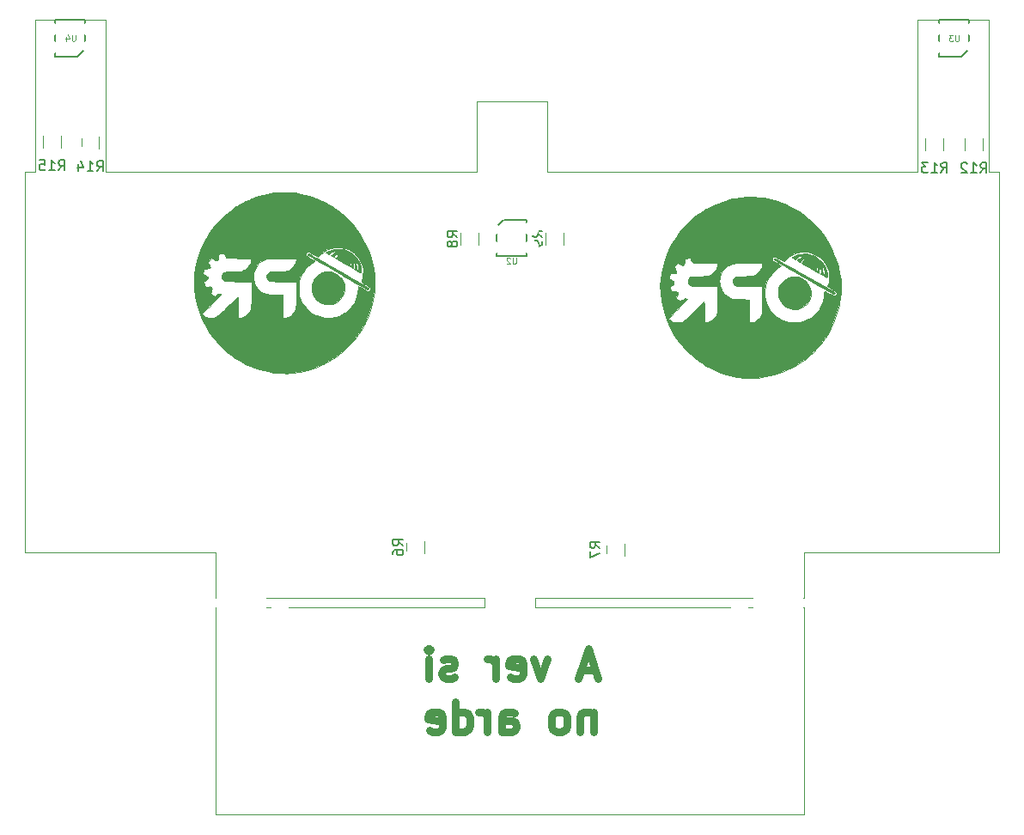
<source format=gbo>
G04 #@! TF.FileFunction,Legend,Bot*
%FSLAX46Y46*%
G04 Gerber Fmt 4.6, Leading zero omitted, Abs format (unit mm)*
G04 Created by KiCad (PCBNEW 4.0.7) date 11/25/18 15:18:32*
%MOMM*%
%LPD*%
G01*
G04 APERTURE LIST*
%ADD10C,0.100000*%
%ADD11C,0.750000*%
%ADD12C,0.010000*%
%ADD13C,0.120000*%
%ADD14C,0.150000*%
%ADD15R,4.900000X10.400000*%
%ADD16C,3.600000*%
%ADD17R,2.400000X2.400000*%
%ADD18C,2.400000*%
%ADD19R,2.000000X2.000000*%
%ADD20C,2.000000*%
%ADD21R,2.100000X2.100000*%
%ADD22O,2.100000X2.100000*%
%ADD23R,1.700000X1.100000*%
%ADD24C,1.924000*%
%ADD25C,1.455599*%
G04 APERTURE END LIST*
D10*
D11*
X56271393Y13925840D02*
X54842822Y13925840D01*
X56557108Y13068697D02*
X55557108Y16068697D01*
X54557108Y13068697D01*
X51557108Y15068697D02*
X50842822Y13068697D01*
X50128536Y15068697D01*
X47842822Y13211554D02*
X48128536Y13068697D01*
X48699965Y13068697D01*
X48985679Y13211554D01*
X49128536Y13497269D01*
X49128536Y14640126D01*
X48985679Y14925840D01*
X48699965Y15068697D01*
X48128536Y15068697D01*
X47842822Y14925840D01*
X47699965Y14640126D01*
X47699965Y14354411D01*
X49128536Y14068697D01*
X46414250Y13068697D02*
X46414250Y15068697D01*
X46414250Y14497269D02*
X46271393Y14782983D01*
X46128536Y14925840D01*
X45842822Y15068697D01*
X45557107Y15068697D01*
X42414250Y13211554D02*
X42128536Y13068697D01*
X41557108Y13068697D01*
X41271393Y13211554D01*
X41128536Y13497269D01*
X41128536Y13640126D01*
X41271393Y13925840D01*
X41557108Y14068697D01*
X41985679Y14068697D01*
X42271393Y14211554D01*
X42414250Y14497269D01*
X42414250Y14640126D01*
X42271393Y14925840D01*
X41985679Y15068697D01*
X41557108Y15068697D01*
X41271393Y14925840D01*
X39842822Y13068697D02*
X39842822Y15068697D01*
X39842822Y16068697D02*
X39985679Y15925840D01*
X39842822Y15782983D01*
X39699965Y15925840D01*
X39842822Y16068697D01*
X39842822Y15782983D01*
X56057109Y9818697D02*
X56057109Y7818697D01*
X56057109Y9532983D02*
X55914252Y9675840D01*
X55628538Y9818697D01*
X55199966Y9818697D01*
X54914252Y9675840D01*
X54771395Y9390126D01*
X54771395Y7818697D01*
X52914252Y7818697D02*
X53199966Y7961554D01*
X53342823Y8104411D01*
X53485680Y8390126D01*
X53485680Y9247269D01*
X53342823Y9532983D01*
X53199966Y9675840D01*
X52914252Y9818697D01*
X52485680Y9818697D01*
X52199966Y9675840D01*
X52057109Y9532983D01*
X51914252Y9247269D01*
X51914252Y8390126D01*
X52057109Y8104411D01*
X52199966Y7961554D01*
X52485680Y7818697D01*
X52914252Y7818697D01*
X47057109Y7818697D02*
X47057109Y9390126D01*
X47199966Y9675840D01*
X47485680Y9818697D01*
X48057109Y9818697D01*
X48342823Y9675840D01*
X47057109Y7961554D02*
X47342823Y7818697D01*
X48057109Y7818697D01*
X48342823Y7961554D01*
X48485680Y8247269D01*
X48485680Y8532983D01*
X48342823Y8818697D01*
X48057109Y8961554D01*
X47342823Y8961554D01*
X47057109Y9104411D01*
X45628537Y7818697D02*
X45628537Y9818697D01*
X45628537Y9247269D02*
X45485680Y9532983D01*
X45342823Y9675840D01*
X45057109Y9818697D01*
X44771394Y9818697D01*
X42485680Y7818697D02*
X42485680Y10818697D01*
X42485680Y7961554D02*
X42771394Y7818697D01*
X43342823Y7818697D01*
X43628537Y7961554D01*
X43771394Y8104411D01*
X43914251Y8390126D01*
X43914251Y9247269D01*
X43771394Y9532983D01*
X43628537Y9675840D01*
X43342823Y9818697D01*
X42771394Y9818697D01*
X42485680Y9675840D01*
X39914251Y7961554D02*
X40199965Y7818697D01*
X40771394Y7818697D01*
X41057108Y7961554D01*
X41199965Y8247269D01*
X41199965Y9390126D01*
X41057108Y9675840D01*
X40771394Y9818697D01*
X40199965Y9818697D01*
X39914251Y9675840D01*
X39771394Y9390126D01*
X39771394Y9104411D01*
X41199965Y8818697D01*
D10*
X51540916Y63004441D02*
X88040916Y63004441D01*
X88040916Y63004441D02*
X88040916Y78004441D01*
X40916Y63004441D02*
X1040916Y63004441D01*
X50317400Y20081240D02*
X50317473Y21080131D01*
X8040916Y78004441D02*
X8040916Y63004441D01*
X44540916Y70004441D02*
X51540916Y70004441D01*
X50317473Y20083891D02*
X76793969Y20083891D01*
X40916Y25504441D02*
X18840977Y25504441D01*
X96040916Y25504441D02*
X76793969Y25504441D01*
X88040916Y78004441D02*
X95040916Y78004441D01*
X18840977Y21080131D02*
X18840977Y25504441D01*
X95040916Y78004441D02*
X95040916Y63004441D01*
X18840977Y20083891D02*
X45317473Y20083891D01*
X18840977Y-316109D02*
X18840977Y20083891D01*
X45317473Y21080131D02*
X18840977Y21080131D01*
X40916Y25504441D02*
X40916Y63004441D01*
X1040916Y63004441D02*
X1040916Y78004441D01*
X95040916Y63004441D02*
X96040916Y63004441D01*
X45313600Y20086320D02*
X45317473Y21080131D01*
X44540916Y63004441D02*
X44540916Y70004441D01*
X18840977Y-316109D02*
X76793969Y-316109D01*
X51540916Y63004441D02*
X51540916Y70004441D01*
X76793969Y25504441D02*
X76793969Y21080131D01*
X8040916Y63004441D02*
X44540916Y63004441D01*
X96040916Y63004441D02*
X96040916Y25504441D01*
X76793969Y-316109D02*
X76793969Y20083891D01*
X1040916Y78004441D02*
X8040916Y78004441D01*
X76793969Y21080131D02*
X50317473Y21080131D01*
D12*
G36*
X25143541Y61019351D02*
X24768471Y60992315D01*
X24542931Y60964674D01*
X24233517Y60910848D01*
X23887058Y60837688D01*
X23526589Y60750971D01*
X23175141Y60656478D01*
X22855751Y60559985D01*
X22653709Y60490737D01*
X22412320Y60394740D01*
X22130218Y60270517D01*
X21827104Y60127753D01*
X21522677Y59976132D01*
X21236640Y59825339D01*
X20988691Y59685057D01*
X20881267Y59619427D01*
X20252470Y59179996D01*
X19657357Y58680908D01*
X19104043Y58130422D01*
X18600648Y57536801D01*
X18155286Y56908304D01*
X18046323Y56734165D01*
X17714232Y56135832D01*
X17424271Y55505548D01*
X17179091Y54853532D01*
X16981342Y54190002D01*
X16833677Y53525176D01*
X16738745Y52869272D01*
X16699198Y52232508D01*
X16717688Y51625102D01*
X16718439Y51616043D01*
X16821479Y50797018D01*
X16990265Y50001168D01*
X17222786Y49231883D01*
X17517033Y48492552D01*
X17870997Y47786564D01*
X18282667Y47117306D01*
X18750036Y46488168D01*
X19271092Y45902539D01*
X19843827Y45363808D01*
X20466231Y44875362D01*
X20881267Y44596046D01*
X21101599Y44465067D01*
X21370272Y44318536D01*
X21667587Y44166137D01*
X21973842Y44017554D01*
X22269338Y43882474D01*
X22534375Y43770579D01*
X22653709Y43724737D01*
X22933482Y43630846D01*
X23261624Y43534808D01*
X23614383Y43442574D01*
X23968012Y43360097D01*
X24298761Y43293328D01*
X24522570Y43256412D01*
X24819493Y43221918D01*
X25149524Y43197205D01*
X25490327Y43182966D01*
X25819565Y43179893D01*
X26114902Y43188679D01*
X26284645Y43201747D01*
X27101796Y43322742D01*
X27902207Y43513655D01*
X28682091Y43772998D01*
X29437660Y44099282D01*
X30165125Y44491018D01*
X30860698Y44946718D01*
X31016738Y45061144D01*
X31251808Y45250420D01*
X31514018Y45484028D01*
X31788591Y45747057D01*
X32060750Y46024598D01*
X32315718Y46301741D01*
X32538718Y46563577D01*
X32660129Y46719308D01*
X33131388Y47409594D01*
X33533779Y48121935D01*
X33868004Y48858187D01*
X34134762Y49620206D01*
X34334753Y50409846D01*
X34468677Y51228962D01*
X34505890Y51592689D01*
X34091085Y51592689D01*
X34088309Y51468721D01*
X34028840Y51356148D01*
X33927059Y51281051D01*
X33917233Y51277343D01*
X33871570Y51268646D01*
X33815116Y51276684D01*
X33736494Y51306157D01*
X33624327Y51361769D01*
X33467236Y51448224D01*
X33369754Y51503649D01*
X33206743Y51596027D01*
X33066467Y51673890D01*
X32960750Y51730802D01*
X32901415Y51760324D01*
X32893400Y51763022D01*
X32882208Y51729748D01*
X32873859Y51641951D01*
X32869967Y51517670D01*
X32869872Y51499951D01*
X32839009Y51134721D01*
X32752597Y50754500D01*
X32617385Y50381519D01*
X32440125Y50038009D01*
X32412648Y49994022D01*
X32256263Y49781589D01*
X32057450Y49558771D01*
X31838447Y49348129D01*
X31621488Y49172220D01*
X31561533Y49130530D01*
X31305282Y48982674D01*
X31010175Y48848548D01*
X30709927Y48742394D01*
X30533714Y48696377D01*
X30327192Y48665665D01*
X30077681Y48649996D01*
X29813190Y48649406D01*
X29561734Y48663930D01*
X29351323Y48693605D01*
X29345290Y48694867D01*
X29069871Y48770209D01*
X28779320Y48878510D01*
X28506164Y49006600D01*
X28343788Y49100305D01*
X28051909Y49319588D01*
X27775622Y49588604D01*
X27530166Y49889451D01*
X27330780Y50204228D01*
X27235398Y50402308D01*
X27148479Y50620062D01*
X27087005Y50804706D01*
X27046750Y50978442D01*
X27023488Y51163468D01*
X27012995Y51381987D01*
X27010962Y51581594D01*
X27017034Y51876987D01*
X27039637Y52124022D01*
X27084367Y52345888D01*
X27156818Y52565774D01*
X27262588Y52806870D01*
X27348082Y52978594D01*
X27443100Y53150515D01*
X27543832Y53300283D01*
X27666805Y53449833D01*
X27828545Y53621106D01*
X27843592Y53636340D01*
X27997258Y53783458D01*
X28153428Y53919089D01*
X28293838Y54028000D01*
X28381719Y54085192D01*
X28486250Y54150319D01*
X28556992Y54207239D01*
X28578519Y54243117D01*
X28543466Y54276063D01*
X28457976Y54335954D01*
X28334919Y54414257D01*
X28188210Y54501837D01*
X28157151Y54520737D01*
X26784611Y54520737D01*
X26762310Y54332435D01*
X26696254Y54069655D01*
X26567384Y53820252D01*
X26385456Y53597359D01*
X26160228Y53414110D01*
X26021190Y53334861D01*
X25952189Y53301900D01*
X25889548Y53276673D01*
X25822191Y53257884D01*
X25739043Y53244242D01*
X25629030Y53234452D01*
X25481076Y53227222D01*
X25284107Y53221259D01*
X25027047Y53215270D01*
X24989967Y53214451D01*
X24722443Y53208121D01*
X24517543Y53201785D01*
X24365326Y53194445D01*
X24255850Y53185101D01*
X24179174Y53172752D01*
X24125358Y53156399D01*
X24084461Y53135043D01*
X24064681Y53121395D01*
X23935110Y52987858D01*
X23864346Y52828988D01*
X23854910Y52660071D01*
X23909323Y52496390D01*
X23951263Y52433592D01*
X23993545Y52383210D01*
X24038306Y52342134D01*
X24093032Y52309417D01*
X24165212Y52284110D01*
X24262333Y52265264D01*
X24391884Y52251932D01*
X24561351Y52243165D01*
X24778223Y52238015D01*
X25049987Y52235533D01*
X25384131Y52234772D01*
X25521480Y52234737D01*
X26774503Y52234737D01*
X26774503Y50988647D01*
X26774072Y50624860D01*
X26772044Y50325317D01*
X26767316Y50081691D01*
X26758784Y49885656D01*
X26745345Y49728885D01*
X26725897Y49603052D01*
X26699335Y49499831D01*
X26664557Y49410895D01*
X26620459Y49327919D01*
X26565938Y49242575D01*
X26537655Y49201100D01*
X26372644Y49010549D01*
X26167626Y48849316D01*
X25941053Y48728195D01*
X25711377Y48657978D01*
X25586662Y48644878D01*
X25469251Y48642451D01*
X25459662Y49776380D01*
X25450074Y50910308D01*
X24688074Y50931295D01*
X24452604Y50939480D01*
X24235229Y50950215D01*
X24048812Y50962611D01*
X23906220Y50975784D01*
X23820316Y50988847D01*
X23809791Y50991790D01*
X23529875Y51117408D01*
X23259842Y51294865D01*
X23018486Y51509032D01*
X22824602Y51744781D01*
X22773578Y51825881D01*
X22637420Y52124599D01*
X22614012Y52216594D01*
X22365788Y52216594D01*
X22365788Y50964737D01*
X22365373Y50601408D01*
X22363289Y50302271D01*
X22358277Y50058948D01*
X22349079Y49863061D01*
X22334436Y49706232D01*
X22313091Y49580083D01*
X22283784Y49476235D01*
X22245258Y49386310D01*
X22196254Y49301930D01*
X22135513Y49214718D01*
X22094701Y49159922D01*
X21938712Y48991618D01*
X21749035Y48847055D01*
X21543638Y48736059D01*
X21340485Y48668460D01*
X21168360Y48653215D01*
X21059503Y48660594D01*
X21049866Y49685665D01*
X21046508Y49949959D01*
X21041795Y50188985D01*
X21036042Y50393605D01*
X21029565Y50554679D01*
X21022678Y50663066D01*
X21015698Y50709626D01*
X21014487Y50710737D01*
X20983756Y50685996D01*
X20907708Y50615598D01*
X20792258Y50505284D01*
X20643324Y50360794D01*
X20466824Y50187866D01*
X20268675Y49992240D01*
X20062552Y49787391D01*
X19790019Y49516559D01*
X19561681Y49292953D01*
X19370847Y49112056D01*
X19210825Y48969353D01*
X19074921Y48860330D01*
X18956443Y48780470D01*
X18848701Y48725259D01*
X18745001Y48690181D01*
X18638651Y48670721D01*
X18522959Y48662364D01*
X18392503Y48660594D01*
X18220404Y48666961D01*
X18068176Y48684104D01*
X17961348Y48709082D01*
X17957074Y48710713D01*
X17849701Y48760990D01*
X17731584Y48828168D01*
X17620263Y48900606D01*
X17533280Y48966663D01*
X17488174Y49014699D01*
X17485430Y49023718D01*
X17510232Y49056921D01*
X17580830Y49135214D01*
X17691466Y49252610D01*
X17836378Y49403127D01*
X18009807Y49580778D01*
X18205993Y49779579D01*
X18410645Y49985023D01*
X18623346Y50198730D01*
X18818816Y50397300D01*
X18991289Y50574708D01*
X19134999Y50724929D01*
X19244180Y50841937D01*
X19313064Y50919708D01*
X19335931Y50951849D01*
X19305294Y50991804D01*
X19231236Y51030399D01*
X19227847Y51031602D01*
X19162964Y51047725D01*
X19103711Y51039044D01*
X19029017Y50998121D01*
X18929466Y50926294D01*
X18823123Y50852431D01*
X18733452Y50800819D01*
X18683765Y50783406D01*
X18627687Y50805892D01*
X18540332Y50863905D01*
X18466888Y50922745D01*
X18305417Y51061985D01*
X18385245Y51270590D01*
X18438920Y51423959D01*
X18459683Y51529146D01*
X18447243Y51602796D01*
X18401307Y51661556D01*
X18378051Y51681064D01*
X18314004Y51719976D01*
X18237400Y51734958D01*
X18122754Y51729751D01*
X18078694Y51724992D01*
X17956665Y51717066D01*
X17861890Y51722086D01*
X17823648Y51733993D01*
X17786695Y51788515D01*
X17742862Y51886666D01*
X17702040Y52001469D01*
X17674125Y52105947D01*
X17667571Y52159558D01*
X17695722Y52208307D01*
X17768708Y52280913D01*
X17868874Y52360265D01*
X17976966Y52441854D01*
X18036063Y52501835D01*
X18058729Y52557032D01*
X18058592Y52614265D01*
X18043646Y52678503D01*
X18003558Y52731554D01*
X17923532Y52787756D01*
X17821002Y52844524D01*
X17708640Y52911152D01*
X17627520Y52973001D01*
X17594321Y53017243D01*
X17594217Y53018956D01*
X17604402Y53103612D01*
X17629864Y53219033D01*
X17662958Y53336820D01*
X17696040Y53428574D01*
X17712754Y53459380D01*
X17769705Y53486512D01*
X17876782Y53502373D01*
X17945760Y53504737D01*
X18125138Y53516105D01*
X18238468Y53553991D01*
X18289048Y53624062D01*
X18280176Y53731988D01*
X18215150Y53883438D01*
X18191456Y53927069D01*
X18061790Y54158934D01*
X18244418Y54348907D01*
X18427045Y54538880D01*
X18643063Y54420951D01*
X18778257Y54350194D01*
X18868738Y54314447D01*
X18931803Y54311023D01*
X18984753Y54337233D01*
X19015574Y54363075D01*
X19055647Y54419974D01*
X19076271Y54510698D01*
X19081931Y54648918D01*
X19089410Y54789780D01*
X19110040Y54883418D01*
X19127288Y54910200D01*
X19189676Y54939590D01*
X19295193Y54973592D01*
X19415440Y55004564D01*
X19522019Y55024862D01*
X19567712Y55028737D01*
X19610578Y54998746D01*
X19671777Y54919894D01*
X19738479Y54808859D01*
X19742144Y54801977D01*
X19815352Y54674380D01*
X19876209Y54599210D01*
X19938657Y54561252D01*
X19970931Y54552270D01*
X20033601Y54546424D01*
X20158973Y54540849D01*
X20337175Y54535761D01*
X20558338Y54531379D01*
X20812592Y54527919D01*
X21090065Y54525599D01*
X21207669Y54525030D01*
X21486512Y54523392D01*
X21741469Y54520787D01*
X21963632Y54517394D01*
X22144094Y54513391D01*
X22273948Y54508957D01*
X22344288Y54504271D01*
X22354236Y54502051D01*
X22363381Y54450677D01*
X22352424Y54351754D01*
X22325836Y54226017D01*
X22288092Y54094199D01*
X22243666Y53977037D01*
X22238567Y53965942D01*
X22079368Y53710858D01*
X21864804Y53499114D01*
X21630007Y53351856D01*
X21387902Y53232594D01*
X20570560Y53214451D01*
X20281629Y53207121D01*
X20055972Y53198011D01*
X19884290Y53184890D01*
X19757287Y53165527D01*
X19665666Y53137691D01*
X19600129Y53099149D01*
X19551380Y53047670D01*
X19510121Y52981023D01*
X19497362Y52956865D01*
X19447139Y52787914D01*
X19457997Y52613227D01*
X19525028Y52453020D01*
X19643323Y52327505D01*
X19651576Y52321768D01*
X19682857Y52303545D01*
X19722615Y52288620D01*
X19778368Y52276526D01*
X19857633Y52266801D01*
X19967928Y52258979D01*
X20116770Y52252595D01*
X20311678Y52247186D01*
X20560168Y52242285D01*
X20869757Y52237428D01*
X21059503Y52234737D01*
X22365788Y52216594D01*
X22614012Y52216594D01*
X22555062Y52448267D01*
X22529256Y52777881D01*
X22562759Y53094434D01*
X22579516Y53164798D01*
X22697166Y53475935D01*
X22874097Y53767524D01*
X23098695Y54024819D01*
X23359345Y54233074D01*
X23474419Y54301116D01*
X23576997Y54354488D01*
X23671041Y54398398D01*
X23764791Y54433771D01*
X23866485Y54461530D01*
X23984360Y54482601D01*
X24126654Y54497907D01*
X24301607Y54508373D01*
X24517456Y54514923D01*
X24782439Y54518482D01*
X25104795Y54519974D01*
X25427914Y54520306D01*
X26784611Y54520737D01*
X28157151Y54520737D01*
X27986965Y54624298D01*
X27846695Y54725428D01*
X27761554Y54812209D01*
X27725699Y54891628D01*
X27733285Y54970669D01*
X27755339Y55019186D01*
X27826638Y55102617D01*
X27906706Y55152189D01*
X27952447Y55161373D01*
X28007898Y55154350D01*
X28084517Y55126426D01*
X28193760Y55072906D01*
X28347085Y54989095D01*
X28458075Y54926268D01*
X28913628Y54666651D01*
X29159423Y54911565D01*
X29473108Y55174170D01*
X29824229Y55375117D01*
X30210258Y55513328D01*
X30628668Y55587723D01*
X30765931Y55597727D01*
X31178316Y55589637D01*
X31559946Y55520825D01*
X31920980Y55388005D01*
X32271574Y55187889D01*
X32462569Y55048783D01*
X32761436Y54774131D01*
X33000605Y54462693D01*
X33183696Y54108809D01*
X33310289Y53723011D01*
X33359847Y53440047D01*
X33375569Y53136386D01*
X33358249Y52836365D01*
X33308682Y52564320D01*
X33268269Y52436245D01*
X33234610Y52350514D01*
X33214067Y52286782D01*
X33213922Y52235985D01*
X33241454Y52189062D01*
X33303944Y52136950D01*
X33408672Y52070588D01*
X33562918Y51980912D01*
X33695434Y51904524D01*
X33866275Y51802219D01*
X33981768Y51723842D01*
X34051827Y51661579D01*
X34086368Y51607616D01*
X34091085Y51592689D01*
X34505890Y51592689D01*
X34508280Y51616043D01*
X34527683Y52222918D01*
X34489009Y52859307D01*
X34394909Y53514994D01*
X34248034Y54179761D01*
X34051036Y54843388D01*
X33806565Y55495658D01*
X33517273Y56126354D01*
X33185810Y56725256D01*
X33180396Y56734165D01*
X32752050Y57370642D01*
X32263483Y57974467D01*
X31722814Y58537381D01*
X31138158Y59051123D01*
X30517633Y59507432D01*
X30345452Y59619427D01*
X30125121Y59750407D01*
X29856447Y59896938D01*
X29559133Y60049337D01*
X29252877Y60197919D01*
X28957381Y60333000D01*
X28692345Y60444895D01*
X28573010Y60490737D01*
X28292139Y60584992D01*
X27962179Y60681520D01*
X27606163Y60774545D01*
X27247124Y60858286D01*
X26908097Y60926966D01*
X26683788Y60964674D01*
X26342544Y61002766D01*
X25955484Y61024576D01*
X25547514Y61030104D01*
X25143541Y61019351D01*
X25143541Y61019351D01*
G37*
X25143541Y61019351D02*
X24768471Y60992315D01*
X24542931Y60964674D01*
X24233517Y60910848D01*
X23887058Y60837688D01*
X23526589Y60750971D01*
X23175141Y60656478D01*
X22855751Y60559985D01*
X22653709Y60490737D01*
X22412320Y60394740D01*
X22130218Y60270517D01*
X21827104Y60127753D01*
X21522677Y59976132D01*
X21236640Y59825339D01*
X20988691Y59685057D01*
X20881267Y59619427D01*
X20252470Y59179996D01*
X19657357Y58680908D01*
X19104043Y58130422D01*
X18600648Y57536801D01*
X18155286Y56908304D01*
X18046323Y56734165D01*
X17714232Y56135832D01*
X17424271Y55505548D01*
X17179091Y54853532D01*
X16981342Y54190002D01*
X16833677Y53525176D01*
X16738745Y52869272D01*
X16699198Y52232508D01*
X16717688Y51625102D01*
X16718439Y51616043D01*
X16821479Y50797018D01*
X16990265Y50001168D01*
X17222786Y49231883D01*
X17517033Y48492552D01*
X17870997Y47786564D01*
X18282667Y47117306D01*
X18750036Y46488168D01*
X19271092Y45902539D01*
X19843827Y45363808D01*
X20466231Y44875362D01*
X20881267Y44596046D01*
X21101599Y44465067D01*
X21370272Y44318536D01*
X21667587Y44166137D01*
X21973842Y44017554D01*
X22269338Y43882474D01*
X22534375Y43770579D01*
X22653709Y43724737D01*
X22933482Y43630846D01*
X23261624Y43534808D01*
X23614383Y43442574D01*
X23968012Y43360097D01*
X24298761Y43293328D01*
X24522570Y43256412D01*
X24819493Y43221918D01*
X25149524Y43197205D01*
X25490327Y43182966D01*
X25819565Y43179893D01*
X26114902Y43188679D01*
X26284645Y43201747D01*
X27101796Y43322742D01*
X27902207Y43513655D01*
X28682091Y43772998D01*
X29437660Y44099282D01*
X30165125Y44491018D01*
X30860698Y44946718D01*
X31016738Y45061144D01*
X31251808Y45250420D01*
X31514018Y45484028D01*
X31788591Y45747057D01*
X32060750Y46024598D01*
X32315718Y46301741D01*
X32538718Y46563577D01*
X32660129Y46719308D01*
X33131388Y47409594D01*
X33533779Y48121935D01*
X33868004Y48858187D01*
X34134762Y49620206D01*
X34334753Y50409846D01*
X34468677Y51228962D01*
X34505890Y51592689D01*
X34091085Y51592689D01*
X34088309Y51468721D01*
X34028840Y51356148D01*
X33927059Y51281051D01*
X33917233Y51277343D01*
X33871570Y51268646D01*
X33815116Y51276684D01*
X33736494Y51306157D01*
X33624327Y51361769D01*
X33467236Y51448224D01*
X33369754Y51503649D01*
X33206743Y51596027D01*
X33066467Y51673890D01*
X32960750Y51730802D01*
X32901415Y51760324D01*
X32893400Y51763022D01*
X32882208Y51729748D01*
X32873859Y51641951D01*
X32869967Y51517670D01*
X32869872Y51499951D01*
X32839009Y51134721D01*
X32752597Y50754500D01*
X32617385Y50381519D01*
X32440125Y50038009D01*
X32412648Y49994022D01*
X32256263Y49781589D01*
X32057450Y49558771D01*
X31838447Y49348129D01*
X31621488Y49172220D01*
X31561533Y49130530D01*
X31305282Y48982674D01*
X31010175Y48848548D01*
X30709927Y48742394D01*
X30533714Y48696377D01*
X30327192Y48665665D01*
X30077681Y48649996D01*
X29813190Y48649406D01*
X29561734Y48663930D01*
X29351323Y48693605D01*
X29345290Y48694867D01*
X29069871Y48770209D01*
X28779320Y48878510D01*
X28506164Y49006600D01*
X28343788Y49100305D01*
X28051909Y49319588D01*
X27775622Y49588604D01*
X27530166Y49889451D01*
X27330780Y50204228D01*
X27235398Y50402308D01*
X27148479Y50620062D01*
X27087005Y50804706D01*
X27046750Y50978442D01*
X27023488Y51163468D01*
X27012995Y51381987D01*
X27010962Y51581594D01*
X27017034Y51876987D01*
X27039637Y52124022D01*
X27084367Y52345888D01*
X27156818Y52565774D01*
X27262588Y52806870D01*
X27348082Y52978594D01*
X27443100Y53150515D01*
X27543832Y53300283D01*
X27666805Y53449833D01*
X27828545Y53621106D01*
X27843592Y53636340D01*
X27997258Y53783458D01*
X28153428Y53919089D01*
X28293838Y54028000D01*
X28381719Y54085192D01*
X28486250Y54150319D01*
X28556992Y54207239D01*
X28578519Y54243117D01*
X28543466Y54276063D01*
X28457976Y54335954D01*
X28334919Y54414257D01*
X28188210Y54501837D01*
X28157151Y54520737D01*
X26784611Y54520737D01*
X26762310Y54332435D01*
X26696254Y54069655D01*
X26567384Y53820252D01*
X26385456Y53597359D01*
X26160228Y53414110D01*
X26021190Y53334861D01*
X25952189Y53301900D01*
X25889548Y53276673D01*
X25822191Y53257884D01*
X25739043Y53244242D01*
X25629030Y53234452D01*
X25481076Y53227222D01*
X25284107Y53221259D01*
X25027047Y53215270D01*
X24989967Y53214451D01*
X24722443Y53208121D01*
X24517543Y53201785D01*
X24365326Y53194445D01*
X24255850Y53185101D01*
X24179174Y53172752D01*
X24125358Y53156399D01*
X24084461Y53135043D01*
X24064681Y53121395D01*
X23935110Y52987858D01*
X23864346Y52828988D01*
X23854910Y52660071D01*
X23909323Y52496390D01*
X23951263Y52433592D01*
X23993545Y52383210D01*
X24038306Y52342134D01*
X24093032Y52309417D01*
X24165212Y52284110D01*
X24262333Y52265264D01*
X24391884Y52251932D01*
X24561351Y52243165D01*
X24778223Y52238015D01*
X25049987Y52235533D01*
X25384131Y52234772D01*
X25521480Y52234737D01*
X26774503Y52234737D01*
X26774503Y50988647D01*
X26774072Y50624860D01*
X26772044Y50325317D01*
X26767316Y50081691D01*
X26758784Y49885656D01*
X26745345Y49728885D01*
X26725897Y49603052D01*
X26699335Y49499831D01*
X26664557Y49410895D01*
X26620459Y49327919D01*
X26565938Y49242575D01*
X26537655Y49201100D01*
X26372644Y49010549D01*
X26167626Y48849316D01*
X25941053Y48728195D01*
X25711377Y48657978D01*
X25586662Y48644878D01*
X25469251Y48642451D01*
X25459662Y49776380D01*
X25450074Y50910308D01*
X24688074Y50931295D01*
X24452604Y50939480D01*
X24235229Y50950215D01*
X24048812Y50962611D01*
X23906220Y50975784D01*
X23820316Y50988847D01*
X23809791Y50991790D01*
X23529875Y51117408D01*
X23259842Y51294865D01*
X23018486Y51509032D01*
X22824602Y51744781D01*
X22773578Y51825881D01*
X22637420Y52124599D01*
X22614012Y52216594D01*
X22365788Y52216594D01*
X22365788Y50964737D01*
X22365373Y50601408D01*
X22363289Y50302271D01*
X22358277Y50058948D01*
X22349079Y49863061D01*
X22334436Y49706232D01*
X22313091Y49580083D01*
X22283784Y49476235D01*
X22245258Y49386310D01*
X22196254Y49301930D01*
X22135513Y49214718D01*
X22094701Y49159922D01*
X21938712Y48991618D01*
X21749035Y48847055D01*
X21543638Y48736059D01*
X21340485Y48668460D01*
X21168360Y48653215D01*
X21059503Y48660594D01*
X21049866Y49685665D01*
X21046508Y49949959D01*
X21041795Y50188985D01*
X21036042Y50393605D01*
X21029565Y50554679D01*
X21022678Y50663066D01*
X21015698Y50709626D01*
X21014487Y50710737D01*
X20983756Y50685996D01*
X20907708Y50615598D01*
X20792258Y50505284D01*
X20643324Y50360794D01*
X20466824Y50187866D01*
X20268675Y49992240D01*
X20062552Y49787391D01*
X19790019Y49516559D01*
X19561681Y49292953D01*
X19370847Y49112056D01*
X19210825Y48969353D01*
X19074921Y48860330D01*
X18956443Y48780470D01*
X18848701Y48725259D01*
X18745001Y48690181D01*
X18638651Y48670721D01*
X18522959Y48662364D01*
X18392503Y48660594D01*
X18220404Y48666961D01*
X18068176Y48684104D01*
X17961348Y48709082D01*
X17957074Y48710713D01*
X17849701Y48760990D01*
X17731584Y48828168D01*
X17620263Y48900606D01*
X17533280Y48966663D01*
X17488174Y49014699D01*
X17485430Y49023718D01*
X17510232Y49056921D01*
X17580830Y49135214D01*
X17691466Y49252610D01*
X17836378Y49403127D01*
X18009807Y49580778D01*
X18205993Y49779579D01*
X18410645Y49985023D01*
X18623346Y50198730D01*
X18818816Y50397300D01*
X18991289Y50574708D01*
X19134999Y50724929D01*
X19244180Y50841937D01*
X19313064Y50919708D01*
X19335931Y50951849D01*
X19305294Y50991804D01*
X19231236Y51030399D01*
X19227847Y51031602D01*
X19162964Y51047725D01*
X19103711Y51039044D01*
X19029017Y50998121D01*
X18929466Y50926294D01*
X18823123Y50852431D01*
X18733452Y50800819D01*
X18683765Y50783406D01*
X18627687Y50805892D01*
X18540332Y50863905D01*
X18466888Y50922745D01*
X18305417Y51061985D01*
X18385245Y51270590D01*
X18438920Y51423959D01*
X18459683Y51529146D01*
X18447243Y51602796D01*
X18401307Y51661556D01*
X18378051Y51681064D01*
X18314004Y51719976D01*
X18237400Y51734958D01*
X18122754Y51729751D01*
X18078694Y51724992D01*
X17956665Y51717066D01*
X17861890Y51722086D01*
X17823648Y51733993D01*
X17786695Y51788515D01*
X17742862Y51886666D01*
X17702040Y52001469D01*
X17674125Y52105947D01*
X17667571Y52159558D01*
X17695722Y52208307D01*
X17768708Y52280913D01*
X17868874Y52360265D01*
X17976966Y52441854D01*
X18036063Y52501835D01*
X18058729Y52557032D01*
X18058592Y52614265D01*
X18043646Y52678503D01*
X18003558Y52731554D01*
X17923532Y52787756D01*
X17821002Y52844524D01*
X17708640Y52911152D01*
X17627520Y52973001D01*
X17594321Y53017243D01*
X17594217Y53018956D01*
X17604402Y53103612D01*
X17629864Y53219033D01*
X17662958Y53336820D01*
X17696040Y53428574D01*
X17712754Y53459380D01*
X17769705Y53486512D01*
X17876782Y53502373D01*
X17945760Y53504737D01*
X18125138Y53516105D01*
X18238468Y53553991D01*
X18289048Y53624062D01*
X18280176Y53731988D01*
X18215150Y53883438D01*
X18191456Y53927069D01*
X18061790Y54158934D01*
X18244418Y54348907D01*
X18427045Y54538880D01*
X18643063Y54420951D01*
X18778257Y54350194D01*
X18868738Y54314447D01*
X18931803Y54311023D01*
X18984753Y54337233D01*
X19015574Y54363075D01*
X19055647Y54419974D01*
X19076271Y54510698D01*
X19081931Y54648918D01*
X19089410Y54789780D01*
X19110040Y54883418D01*
X19127288Y54910200D01*
X19189676Y54939590D01*
X19295193Y54973592D01*
X19415440Y55004564D01*
X19522019Y55024862D01*
X19567712Y55028737D01*
X19610578Y54998746D01*
X19671777Y54919894D01*
X19738479Y54808859D01*
X19742144Y54801977D01*
X19815352Y54674380D01*
X19876209Y54599210D01*
X19938657Y54561252D01*
X19970931Y54552270D01*
X20033601Y54546424D01*
X20158973Y54540849D01*
X20337175Y54535761D01*
X20558338Y54531379D01*
X20812592Y54527919D01*
X21090065Y54525599D01*
X21207669Y54525030D01*
X21486512Y54523392D01*
X21741469Y54520787D01*
X21963632Y54517394D01*
X22144094Y54513391D01*
X22273948Y54508957D01*
X22344288Y54504271D01*
X22354236Y54502051D01*
X22363381Y54450677D01*
X22352424Y54351754D01*
X22325836Y54226017D01*
X22288092Y54094199D01*
X22243666Y53977037D01*
X22238567Y53965942D01*
X22079368Y53710858D01*
X21864804Y53499114D01*
X21630007Y53351856D01*
X21387902Y53232594D01*
X20570560Y53214451D01*
X20281629Y53207121D01*
X20055972Y53198011D01*
X19884290Y53184890D01*
X19757287Y53165527D01*
X19665666Y53137691D01*
X19600129Y53099149D01*
X19551380Y53047670D01*
X19510121Y52981023D01*
X19497362Y52956865D01*
X19447139Y52787914D01*
X19457997Y52613227D01*
X19525028Y52453020D01*
X19643323Y52327505D01*
X19651576Y52321768D01*
X19682857Y52303545D01*
X19722615Y52288620D01*
X19778368Y52276526D01*
X19857633Y52266801D01*
X19967928Y52258979D01*
X20116770Y52252595D01*
X20311678Y52247186D01*
X20560168Y52242285D01*
X20869757Y52237428D01*
X21059503Y52234737D01*
X22365788Y52216594D01*
X22614012Y52216594D01*
X22555062Y52448267D01*
X22529256Y52777881D01*
X22562759Y53094434D01*
X22579516Y53164798D01*
X22697166Y53475935D01*
X22874097Y53767524D01*
X23098695Y54024819D01*
X23359345Y54233074D01*
X23474419Y54301116D01*
X23576997Y54354488D01*
X23671041Y54398398D01*
X23764791Y54433771D01*
X23866485Y54461530D01*
X23984360Y54482601D01*
X24126654Y54497907D01*
X24301607Y54508373D01*
X24517456Y54514923D01*
X24782439Y54518482D01*
X25104795Y54519974D01*
X25427914Y54520306D01*
X26784611Y54520737D01*
X28157151Y54520737D01*
X27986965Y54624298D01*
X27846695Y54725428D01*
X27761554Y54812209D01*
X27725699Y54891628D01*
X27733285Y54970669D01*
X27755339Y55019186D01*
X27826638Y55102617D01*
X27906706Y55152189D01*
X27952447Y55161373D01*
X28007898Y55154350D01*
X28084517Y55126426D01*
X28193760Y55072906D01*
X28347085Y54989095D01*
X28458075Y54926268D01*
X28913628Y54666651D01*
X29159423Y54911565D01*
X29473108Y55174170D01*
X29824229Y55375117D01*
X30210258Y55513328D01*
X30628668Y55587723D01*
X30765931Y55597727D01*
X31178316Y55589637D01*
X31559946Y55520825D01*
X31920980Y55388005D01*
X32271574Y55187889D01*
X32462569Y55048783D01*
X32761436Y54774131D01*
X33000605Y54462693D01*
X33183696Y54108809D01*
X33310289Y53723011D01*
X33359847Y53440047D01*
X33375569Y53136386D01*
X33358249Y52836365D01*
X33308682Y52564320D01*
X33268269Y52436245D01*
X33234610Y52350514D01*
X33214067Y52286782D01*
X33213922Y52235985D01*
X33241454Y52189062D01*
X33303944Y52136950D01*
X33408672Y52070588D01*
X33562918Y51980912D01*
X33695434Y51904524D01*
X33866275Y51802219D01*
X33981768Y51723842D01*
X34051827Y51661579D01*
X34086368Y51607616D01*
X34091085Y51592689D01*
X34505890Y51592689D01*
X34508280Y51616043D01*
X34527683Y52222918D01*
X34489009Y52859307D01*
X34394909Y53514994D01*
X34248034Y54179761D01*
X34051036Y54843388D01*
X33806565Y55495658D01*
X33517273Y56126354D01*
X33185810Y56725256D01*
X33180396Y56734165D01*
X32752050Y57370642D01*
X32263483Y57974467D01*
X31722814Y58537381D01*
X31138158Y59051123D01*
X30517633Y59507432D01*
X30345452Y59619427D01*
X30125121Y59750407D01*
X29856447Y59896938D01*
X29559133Y60049337D01*
X29252877Y60197919D01*
X28957381Y60333000D01*
X28692345Y60444895D01*
X28573010Y60490737D01*
X28292139Y60584992D01*
X27962179Y60681520D01*
X27606163Y60774545D01*
X27247124Y60858286D01*
X26908097Y60926966D01*
X26683788Y60964674D01*
X26342544Y61002766D01*
X25955484Y61024576D01*
X25547514Y61030104D01*
X25143541Y61019351D01*
G36*
X29686431Y53180680D02*
X29365346Y53092775D01*
X29076013Y52947169D01*
X28824323Y52751886D01*
X28616171Y52514950D01*
X28457448Y52244387D01*
X28354047Y51948221D01*
X28311862Y51634476D01*
X28332274Y51336665D01*
X28422548Y51004967D01*
X28572526Y50707491D01*
X28775933Y50450868D01*
X29026498Y50241730D01*
X29317945Y50086709D01*
X29594614Y50002131D01*
X29780780Y49967626D01*
X29930935Y49955330D01*
X30078168Y49965268D01*
X30255565Y49997464D01*
X30279637Y50002648D01*
X30601946Y50108067D01*
X30886955Y50272720D01*
X31128915Y50490489D01*
X31322079Y50755252D01*
X31460698Y51060892D01*
X31528747Y51332430D01*
X31548809Y51654552D01*
X31503491Y51963988D01*
X31399590Y52253917D01*
X31243905Y52517518D01*
X31043236Y52747972D01*
X30804380Y52938457D01*
X30534137Y53082153D01*
X30239304Y53172239D01*
X29926682Y53201894D01*
X29686431Y53180680D01*
X29686431Y53180680D01*
G37*
X29686431Y53180680D02*
X29365346Y53092775D01*
X29076013Y52947169D01*
X28824323Y52751886D01*
X28616171Y52514950D01*
X28457448Y52244387D01*
X28354047Y51948221D01*
X28311862Y51634476D01*
X28332274Y51336665D01*
X28422548Y51004967D01*
X28572526Y50707491D01*
X28775933Y50450868D01*
X29026498Y50241730D01*
X29317945Y50086709D01*
X29594614Y50002131D01*
X29780780Y49967626D01*
X29930935Y49955330D01*
X30078168Y49965268D01*
X30255565Y49997464D01*
X30279637Y50002648D01*
X30601946Y50108067D01*
X30886955Y50272720D01*
X31128915Y50490489D01*
X31322079Y50755252D01*
X31460698Y51060892D01*
X31528747Y51332430D01*
X31548809Y51654552D01*
X31503491Y51963988D01*
X31399590Y52253917D01*
X31243905Y52517518D01*
X31043236Y52747972D01*
X30804380Y52938457D01*
X30534137Y53082153D01*
X30239304Y53172239D01*
X29926682Y53201894D01*
X29686431Y53180680D01*
G36*
X27923720Y54944054D02*
X27907623Y54901366D01*
X27914116Y54884165D01*
X27939529Y54857628D01*
X27987336Y54819659D01*
X28061010Y54768159D01*
X28164024Y54701032D01*
X28299850Y54616179D01*
X28471963Y54511504D01*
X28683834Y54384909D01*
X28938936Y54234297D01*
X29240743Y54057571D01*
X29592727Y53852632D01*
X29998362Y53617384D01*
X30461120Y53349729D01*
X30821047Y53141880D01*
X31244895Y52897416D01*
X31651297Y52663355D01*
X32035802Y52442242D01*
X32393954Y52236622D01*
X32721302Y52049041D01*
X33013392Y51882044D01*
X33265772Y51738177D01*
X33473987Y51619984D01*
X33633584Y51530012D01*
X33740112Y51470805D01*
X33789115Y51444909D01*
X33791549Y51443966D01*
X33850913Y51460111D01*
X33886722Y51491145D01*
X33916054Y51546711D01*
X33885822Y51597317D01*
X33883385Y51599749D01*
X33839573Y51630287D01*
X33738900Y51692932D01*
X33586727Y51784612D01*
X33388414Y51902254D01*
X33149323Y52042786D01*
X32874811Y52203134D01*
X32570242Y52380227D01*
X32240973Y52570991D01*
X31892366Y52772354D01*
X31529781Y52981244D01*
X31158577Y53194588D01*
X30784117Y53409313D01*
X30411758Y53622346D01*
X30046863Y53830616D01*
X29694790Y54031049D01*
X29360901Y54220573D01*
X29050556Y54396115D01*
X28769114Y54554603D01*
X28521936Y54692964D01*
X28314383Y54808125D01*
X28151814Y54897015D01*
X28039590Y54956559D01*
X27983071Y54983686D01*
X27977666Y54985027D01*
X27923720Y54944054D01*
X27923720Y54944054D01*
G37*
X27923720Y54944054D02*
X27907623Y54901366D01*
X27914116Y54884165D01*
X27939529Y54857628D01*
X27987336Y54819659D01*
X28061010Y54768159D01*
X28164024Y54701032D01*
X28299850Y54616179D01*
X28471963Y54511504D01*
X28683834Y54384909D01*
X28938936Y54234297D01*
X29240743Y54057571D01*
X29592727Y53852632D01*
X29998362Y53617384D01*
X30461120Y53349729D01*
X30821047Y53141880D01*
X31244895Y52897416D01*
X31651297Y52663355D01*
X32035802Y52442242D01*
X32393954Y52236622D01*
X32721302Y52049041D01*
X33013392Y51882044D01*
X33265772Y51738177D01*
X33473987Y51619984D01*
X33633584Y51530012D01*
X33740112Y51470805D01*
X33789115Y51444909D01*
X33791549Y51443966D01*
X33850913Y51460111D01*
X33886722Y51491145D01*
X33916054Y51546711D01*
X33885822Y51597317D01*
X33883385Y51599749D01*
X33839573Y51630287D01*
X33738900Y51692932D01*
X33586727Y51784612D01*
X33388414Y51902254D01*
X33149323Y52042786D01*
X32874811Y52203134D01*
X32570242Y52380227D01*
X32240973Y52570991D01*
X31892366Y52772354D01*
X31529781Y52981244D01*
X31158577Y53194588D01*
X30784117Y53409313D01*
X30411758Y53622346D01*
X30046863Y53830616D01*
X29694790Y54031049D01*
X29360901Y54220573D01*
X29050556Y54396115D01*
X28769114Y54554603D01*
X28521936Y54692964D01*
X28314383Y54808125D01*
X28151814Y54897015D01*
X28039590Y54956559D01*
X27983071Y54983686D01*
X27977666Y54985027D01*
X27923720Y54944054D01*
G36*
X30679736Y55416565D02*
X30458234Y55388500D01*
X30383483Y55372052D01*
X30267361Y55336809D01*
X30131089Y55287685D01*
X29991305Y55231758D01*
X29864651Y55176106D01*
X29767764Y55127806D01*
X29717284Y55093937D01*
X29713645Y55087128D01*
X29741950Y55059768D01*
X29813972Y55010334D01*
X29863832Y54979575D01*
X30014019Y54890015D01*
X30096399Y54987918D01*
X30179291Y55062034D01*
X30293048Y55134288D01*
X30415817Y55194086D01*
X30525745Y55230832D01*
X30600981Y55233933D01*
X30602604Y55233345D01*
X30651481Y55191032D01*
X30634223Y55130495D01*
X30553729Y55055893D01*
X30423961Y54977164D01*
X30312907Y54914268D01*
X30230936Y54859730D01*
X30196504Y54826313D01*
X30217545Y54787799D01*
X30285171Y54733920D01*
X30325701Y54709224D01*
X30429461Y54653574D01*
X30485618Y54633874D01*
X30508329Y54647964D01*
X30511931Y54680797D01*
X30539673Y54737999D01*
X30607070Y54809963D01*
X30690385Y54876129D01*
X30765877Y54915938D01*
X30787997Y54919880D01*
X30852157Y54897837D01*
X30863731Y54839636D01*
X30824522Y54757164D01*
X30750911Y54675295D01*
X30676061Y54602872D01*
X30632219Y54552891D01*
X30626959Y54540071D01*
X30660289Y54519832D01*
X30748255Y54468128D01*
X30882623Y54389751D01*
X31055162Y54289492D01*
X31257641Y54172141D01*
X31481828Y54042490D01*
X31491645Y54036819D01*
X32344360Y53544224D01*
X32354954Y53793326D01*
X32368106Y53922344D01*
X32253645Y53922344D01*
X32233232Y53841709D01*
X32185969Y53777362D01*
X32144788Y53758737D01*
X32103445Y53781081D01*
X32079474Y53802280D01*
X32041665Y53883804D01*
X32042616Y53987274D01*
X32080355Y54074572D01*
X32094286Y54088567D01*
X32145834Y54116216D01*
X32189449Y54085809D01*
X32203143Y54067932D01*
X32244268Y53979451D01*
X32253645Y53922344D01*
X32368106Y53922344D01*
X32371273Y53953411D01*
X32403057Y54047500D01*
X32449100Y54073724D01*
X32507731Y54030776D01*
X32535524Y53959053D01*
X32550445Y53844943D01*
X32552140Y53716725D01*
X32540259Y53602680D01*
X32514448Y53531086D01*
X32513958Y53530486D01*
X32501297Y53499391D01*
X32521801Y53463345D01*
X32584801Y53413743D01*
X32699625Y53341978D01*
X32751510Y53311362D01*
X32918838Y53213657D01*
X33033014Y53151479D01*
X33104152Y53124803D01*
X33142368Y53133604D01*
X33157777Y53177857D01*
X33160492Y53257537D01*
X33160252Y53310355D01*
X33132748Y53583856D01*
X32906586Y53583856D01*
X32904119Y53472313D01*
X32891538Y53416572D01*
X32861531Y53399920D01*
X32827211Y53402427D01*
X32786638Y53416396D01*
X32757129Y53453926D01*
X32732726Y53529475D01*
X32707469Y53657504D01*
X32697272Y53717698D01*
X32673169Y53895895D01*
X32672072Y54011597D01*
X32695469Y54071617D01*
X32744848Y54082770D01*
X32775090Y54073989D01*
X32825749Y54019890D01*
X32867462Y53909640D01*
X32895862Y53759513D01*
X32906583Y53585784D01*
X32906586Y53583856D01*
X33132748Y53583856D01*
X33124027Y53670565D01*
X33020905Y54018543D01*
X32856462Y54345838D01*
X32636272Y54643999D01*
X32365911Y54904575D01*
X32050955Y55119114D01*
X31922997Y55185728D01*
X31755580Y55260767D01*
X31588315Y55326809D01*
X31446556Y55374204D01*
X31390074Y55388538D01*
X31175955Y55417081D01*
X30929077Y55426258D01*
X30679736Y55416565D01*
X30679736Y55416565D01*
G37*
X30679736Y55416565D02*
X30458234Y55388500D01*
X30383483Y55372052D01*
X30267361Y55336809D01*
X30131089Y55287685D01*
X29991305Y55231758D01*
X29864651Y55176106D01*
X29767764Y55127806D01*
X29717284Y55093937D01*
X29713645Y55087128D01*
X29741950Y55059768D01*
X29813972Y55010334D01*
X29863832Y54979575D01*
X30014019Y54890015D01*
X30096399Y54987918D01*
X30179291Y55062034D01*
X30293048Y55134288D01*
X30415817Y55194086D01*
X30525745Y55230832D01*
X30600981Y55233933D01*
X30602604Y55233345D01*
X30651481Y55191032D01*
X30634223Y55130495D01*
X30553729Y55055893D01*
X30423961Y54977164D01*
X30312907Y54914268D01*
X30230936Y54859730D01*
X30196504Y54826313D01*
X30217545Y54787799D01*
X30285171Y54733920D01*
X30325701Y54709224D01*
X30429461Y54653574D01*
X30485618Y54633874D01*
X30508329Y54647964D01*
X30511931Y54680797D01*
X30539673Y54737999D01*
X30607070Y54809963D01*
X30690385Y54876129D01*
X30765877Y54915938D01*
X30787997Y54919880D01*
X30852157Y54897837D01*
X30863731Y54839636D01*
X30824522Y54757164D01*
X30750911Y54675295D01*
X30676061Y54602872D01*
X30632219Y54552891D01*
X30626959Y54540071D01*
X30660289Y54519832D01*
X30748255Y54468128D01*
X30882623Y54389751D01*
X31055162Y54289492D01*
X31257641Y54172141D01*
X31481828Y54042490D01*
X31491645Y54036819D01*
X32344360Y53544224D01*
X32354954Y53793326D01*
X32368106Y53922344D01*
X32253645Y53922344D01*
X32233232Y53841709D01*
X32185969Y53777362D01*
X32144788Y53758737D01*
X32103445Y53781081D01*
X32079474Y53802280D01*
X32041665Y53883804D01*
X32042616Y53987274D01*
X32080355Y54074572D01*
X32094286Y54088567D01*
X32145834Y54116216D01*
X32189449Y54085809D01*
X32203143Y54067932D01*
X32244268Y53979451D01*
X32253645Y53922344D01*
X32368106Y53922344D01*
X32371273Y53953411D01*
X32403057Y54047500D01*
X32449100Y54073724D01*
X32507731Y54030776D01*
X32535524Y53959053D01*
X32550445Y53844943D01*
X32552140Y53716725D01*
X32540259Y53602680D01*
X32514448Y53531086D01*
X32513958Y53530486D01*
X32501297Y53499391D01*
X32521801Y53463345D01*
X32584801Y53413743D01*
X32699625Y53341978D01*
X32751510Y53311362D01*
X32918838Y53213657D01*
X33033014Y53151479D01*
X33104152Y53124803D01*
X33142368Y53133604D01*
X33157777Y53177857D01*
X33160492Y53257537D01*
X33160252Y53310355D01*
X33132748Y53583856D01*
X32906586Y53583856D01*
X32904119Y53472313D01*
X32891538Y53416572D01*
X32861531Y53399920D01*
X32827211Y53402427D01*
X32786638Y53416396D01*
X32757129Y53453926D01*
X32732726Y53529475D01*
X32707469Y53657504D01*
X32697272Y53717698D01*
X32673169Y53895895D01*
X32672072Y54011597D01*
X32695469Y54071617D01*
X32744848Y54082770D01*
X32775090Y54073989D01*
X32825749Y54019890D01*
X32867462Y53909640D01*
X32895862Y53759513D01*
X32906583Y53585784D01*
X32906586Y53583856D01*
X33132748Y53583856D01*
X33124027Y53670565D01*
X33020905Y54018543D01*
X32856462Y54345838D01*
X32636272Y54643999D01*
X32365911Y54904575D01*
X32050955Y55119114D01*
X31922997Y55185728D01*
X31755580Y55260767D01*
X31588315Y55326809D01*
X31446556Y55374204D01*
X31390074Y55388538D01*
X31175955Y55417081D01*
X30929077Y55426258D01*
X30679736Y55416565D01*
D13*
X39386400Y25424840D02*
X39386400Y26624840D01*
X37626400Y26624840D02*
X37626400Y25424840D01*
X59122200Y25186080D02*
X59122200Y26386080D01*
X57362200Y26386080D02*
X57362200Y25186080D01*
X44745800Y55818480D02*
X44745800Y57018480D01*
X42985800Y57018480D02*
X42985800Y55818480D01*
X53122720Y55854040D02*
X53122720Y57054040D01*
X51362720Y57054040D02*
X51362720Y55854040D01*
X94463760Y65135200D02*
X94463760Y66335200D01*
X92703760Y66335200D02*
X92703760Y65135200D01*
X90552160Y65165640D02*
X90552160Y66365640D01*
X88792160Y66365640D02*
X88792160Y65165640D01*
X7362080Y65318080D02*
X7362080Y66518080D01*
X5602080Y66518080D02*
X5602080Y65318080D01*
X3623200Y65379040D02*
X3623200Y66579040D01*
X1863200Y66579040D02*
X1863200Y65379040D01*
D14*
X47238920Y58303160D02*
X46603920Y57668160D01*
X46550920Y57625160D02*
X46550920Y54725160D01*
X49450920Y58325160D02*
X47260920Y58325160D01*
X49450920Y54725160D02*
X49450920Y58325160D01*
X46550920Y54725160D02*
X49450920Y54725160D01*
X92369640Y74406760D02*
X93004640Y75041760D01*
X93057640Y75084760D02*
X93057640Y77984760D01*
X90157640Y74384760D02*
X92347640Y74384760D01*
X90157640Y77984760D02*
X90157640Y74384760D01*
X93057640Y77984760D02*
X90157640Y77984760D01*
X5242560Y74406760D02*
X5877560Y75041760D01*
X5930560Y75084760D02*
X5930560Y77984760D01*
X3030560Y74384760D02*
X5220560Y74384760D01*
X3030560Y77984760D02*
X3030560Y74384760D01*
X5930560Y77984760D02*
X3030560Y77984760D01*
D12*
G36*
X71092141Y60551991D02*
X70717071Y60524955D01*
X70491531Y60497314D01*
X70182117Y60443488D01*
X69835658Y60370328D01*
X69475189Y60283611D01*
X69123741Y60189118D01*
X68804351Y60092625D01*
X68602309Y60023377D01*
X68360920Y59927380D01*
X68078818Y59803157D01*
X67775704Y59660393D01*
X67471277Y59508772D01*
X67185240Y59357979D01*
X66937291Y59217697D01*
X66829867Y59152067D01*
X66201070Y58712636D01*
X65605957Y58213548D01*
X65052643Y57663062D01*
X64549248Y57069441D01*
X64103886Y56440944D01*
X63994923Y56266805D01*
X63662832Y55668472D01*
X63372871Y55038188D01*
X63127691Y54386172D01*
X62929942Y53722642D01*
X62782277Y53057816D01*
X62687345Y52401912D01*
X62647798Y51765148D01*
X62666288Y51157742D01*
X62667039Y51148683D01*
X62770079Y50329658D01*
X62938865Y49533808D01*
X63171386Y48764523D01*
X63465633Y48025192D01*
X63819597Y47319204D01*
X64231267Y46649946D01*
X64698636Y46020808D01*
X65219692Y45435179D01*
X65792427Y44896448D01*
X66414831Y44408002D01*
X66829867Y44128686D01*
X67050199Y43997707D01*
X67318872Y43851176D01*
X67616187Y43698777D01*
X67922442Y43550194D01*
X68217938Y43415114D01*
X68482975Y43303219D01*
X68602309Y43257377D01*
X68882082Y43163486D01*
X69210224Y43067448D01*
X69562983Y42975214D01*
X69916612Y42892737D01*
X70247361Y42825968D01*
X70471170Y42789052D01*
X70768093Y42754558D01*
X71098124Y42729845D01*
X71438927Y42715606D01*
X71768165Y42712533D01*
X72063502Y42721319D01*
X72233245Y42734387D01*
X73050396Y42855382D01*
X73850807Y43046295D01*
X74630691Y43305638D01*
X75386260Y43631922D01*
X76113725Y44023658D01*
X76809298Y44479358D01*
X76965338Y44593784D01*
X77200408Y44783060D01*
X77462618Y45016668D01*
X77737191Y45279697D01*
X78009350Y45557238D01*
X78264318Y45834381D01*
X78487318Y46096217D01*
X78608729Y46251948D01*
X79079988Y46942234D01*
X79482379Y47654575D01*
X79816604Y48390827D01*
X80083362Y49152846D01*
X80283353Y49942486D01*
X80417277Y50761602D01*
X80454490Y51125329D01*
X80039685Y51125329D01*
X80036909Y51001361D01*
X79977440Y50888788D01*
X79875659Y50813691D01*
X79865833Y50809983D01*
X79820170Y50801286D01*
X79763716Y50809324D01*
X79685094Y50838797D01*
X79572927Y50894409D01*
X79415836Y50980864D01*
X79318354Y51036289D01*
X79155343Y51128667D01*
X79015067Y51206530D01*
X78909350Y51263442D01*
X78850015Y51292964D01*
X78842000Y51295662D01*
X78830808Y51262388D01*
X78822459Y51174591D01*
X78818567Y51050310D01*
X78818472Y51032591D01*
X78787609Y50667361D01*
X78701197Y50287140D01*
X78565985Y49914159D01*
X78388725Y49570649D01*
X78361248Y49526662D01*
X78204863Y49314229D01*
X78006050Y49091411D01*
X77787047Y48880769D01*
X77570088Y48704860D01*
X77510133Y48663170D01*
X77253882Y48515314D01*
X76958775Y48381188D01*
X76658527Y48275034D01*
X76482314Y48229017D01*
X76275792Y48198305D01*
X76026281Y48182636D01*
X75761790Y48182046D01*
X75510334Y48196570D01*
X75299923Y48226245D01*
X75293890Y48227507D01*
X75018471Y48302849D01*
X74727920Y48411150D01*
X74454764Y48539240D01*
X74292388Y48632945D01*
X74000509Y48852228D01*
X73724222Y49121244D01*
X73478766Y49422091D01*
X73279380Y49736868D01*
X73183998Y49934948D01*
X73097079Y50152702D01*
X73035605Y50337346D01*
X72995350Y50511082D01*
X72972088Y50696108D01*
X72961595Y50914627D01*
X72959562Y51114234D01*
X72965634Y51409627D01*
X72988237Y51656662D01*
X73032967Y51878528D01*
X73105418Y52098414D01*
X73211188Y52339510D01*
X73296682Y52511234D01*
X73391700Y52683155D01*
X73492432Y52832923D01*
X73615405Y52982473D01*
X73777145Y53153746D01*
X73792192Y53168980D01*
X73945858Y53316098D01*
X74102028Y53451729D01*
X74242438Y53560640D01*
X74330319Y53617832D01*
X74434850Y53682959D01*
X74505592Y53739879D01*
X74527119Y53775757D01*
X74492066Y53808703D01*
X74406576Y53868594D01*
X74283519Y53946897D01*
X74136810Y54034477D01*
X74105751Y54053377D01*
X72733211Y54053377D01*
X72710910Y53865075D01*
X72644854Y53602295D01*
X72515984Y53352892D01*
X72334056Y53129999D01*
X72108828Y52946750D01*
X71969790Y52867501D01*
X71900789Y52834540D01*
X71838148Y52809313D01*
X71770791Y52790524D01*
X71687643Y52776882D01*
X71577630Y52767092D01*
X71429676Y52759862D01*
X71232707Y52753899D01*
X70975647Y52747910D01*
X70938567Y52747091D01*
X70671043Y52740761D01*
X70466143Y52734425D01*
X70313926Y52727085D01*
X70204450Y52717741D01*
X70127774Y52705392D01*
X70073958Y52689039D01*
X70033061Y52667683D01*
X70013281Y52654035D01*
X69883710Y52520498D01*
X69812946Y52361628D01*
X69803510Y52192711D01*
X69857923Y52029030D01*
X69899863Y51966232D01*
X69942145Y51915850D01*
X69986906Y51874774D01*
X70041632Y51842057D01*
X70113812Y51816750D01*
X70210933Y51797904D01*
X70340484Y51784572D01*
X70509951Y51775805D01*
X70726823Y51770655D01*
X70998587Y51768173D01*
X71332731Y51767412D01*
X71470080Y51767377D01*
X72723103Y51767377D01*
X72723103Y50521287D01*
X72722672Y50157500D01*
X72720644Y49857957D01*
X72715916Y49614331D01*
X72707384Y49418296D01*
X72693945Y49261525D01*
X72674497Y49135692D01*
X72647935Y49032471D01*
X72613157Y48943535D01*
X72569059Y48860559D01*
X72514538Y48775215D01*
X72486255Y48733740D01*
X72321244Y48543189D01*
X72116226Y48381956D01*
X71889653Y48260835D01*
X71659977Y48190618D01*
X71535262Y48177518D01*
X71417851Y48175091D01*
X71408262Y49309020D01*
X71398674Y50442948D01*
X70636674Y50463935D01*
X70401204Y50472120D01*
X70183829Y50482855D01*
X69997412Y50495251D01*
X69854820Y50508424D01*
X69768916Y50521487D01*
X69758391Y50524430D01*
X69478475Y50650048D01*
X69208442Y50827505D01*
X68967086Y51041672D01*
X68773202Y51277421D01*
X68722178Y51358521D01*
X68586020Y51657239D01*
X68562612Y51749234D01*
X68314388Y51749234D01*
X68314388Y50497377D01*
X68313973Y50134048D01*
X68311889Y49834911D01*
X68306877Y49591588D01*
X68297679Y49395701D01*
X68283036Y49238872D01*
X68261691Y49112723D01*
X68232384Y49008875D01*
X68193858Y48918950D01*
X68144854Y48834570D01*
X68084113Y48747358D01*
X68043301Y48692562D01*
X67887312Y48524258D01*
X67697635Y48379695D01*
X67492238Y48268699D01*
X67289085Y48201100D01*
X67116960Y48185855D01*
X67008103Y48193234D01*
X66998466Y49218305D01*
X66995108Y49482599D01*
X66990395Y49721625D01*
X66984642Y49926245D01*
X66978165Y50087319D01*
X66971278Y50195706D01*
X66964298Y50242266D01*
X66963087Y50243377D01*
X66932356Y50218636D01*
X66856308Y50148238D01*
X66740858Y50037924D01*
X66591924Y49893434D01*
X66415424Y49720506D01*
X66217275Y49524880D01*
X66011152Y49320031D01*
X65738619Y49049199D01*
X65510281Y48825593D01*
X65319447Y48644696D01*
X65159425Y48501993D01*
X65023521Y48392970D01*
X64905043Y48313110D01*
X64797301Y48257899D01*
X64693601Y48222821D01*
X64587251Y48203361D01*
X64471559Y48195004D01*
X64341103Y48193234D01*
X64169004Y48199601D01*
X64016776Y48216744D01*
X63909948Y48241722D01*
X63905674Y48243353D01*
X63798301Y48293630D01*
X63680184Y48360808D01*
X63568863Y48433246D01*
X63481880Y48499303D01*
X63436774Y48547339D01*
X63434030Y48556358D01*
X63458832Y48589561D01*
X63529430Y48667854D01*
X63640066Y48785250D01*
X63784978Y48935767D01*
X63958407Y49113418D01*
X64154593Y49312219D01*
X64359245Y49517663D01*
X64571946Y49731370D01*
X64767416Y49929940D01*
X64939889Y50107348D01*
X65083599Y50257569D01*
X65192780Y50374577D01*
X65261664Y50452348D01*
X65284531Y50484489D01*
X65253894Y50524444D01*
X65179836Y50563039D01*
X65176447Y50564242D01*
X65111564Y50580365D01*
X65052311Y50571684D01*
X64977617Y50530761D01*
X64878066Y50458934D01*
X64771723Y50385071D01*
X64682052Y50333459D01*
X64632365Y50316046D01*
X64576287Y50338532D01*
X64488932Y50396545D01*
X64415488Y50455385D01*
X64254017Y50594625D01*
X64333845Y50803230D01*
X64387520Y50956599D01*
X64408283Y51061786D01*
X64395843Y51135436D01*
X64349907Y51194196D01*
X64326651Y51213704D01*
X64262604Y51252616D01*
X64186000Y51267598D01*
X64071354Y51262391D01*
X64027294Y51257632D01*
X63905265Y51249706D01*
X63810490Y51254726D01*
X63772248Y51266633D01*
X63735295Y51321155D01*
X63691462Y51419306D01*
X63650640Y51534109D01*
X63622725Y51638587D01*
X63616171Y51692198D01*
X63644322Y51740947D01*
X63717308Y51813553D01*
X63817474Y51892905D01*
X63925566Y51974494D01*
X63984663Y52034475D01*
X64007329Y52089672D01*
X64007192Y52146905D01*
X63992246Y52211143D01*
X63952158Y52264194D01*
X63872132Y52320396D01*
X63769602Y52377164D01*
X63657240Y52443792D01*
X63576120Y52505641D01*
X63542921Y52549883D01*
X63542817Y52551596D01*
X63553002Y52636252D01*
X63578464Y52751673D01*
X63611558Y52869460D01*
X63644640Y52961214D01*
X63661354Y52992020D01*
X63718305Y53019152D01*
X63825382Y53035013D01*
X63894360Y53037377D01*
X64073738Y53048745D01*
X64187068Y53086631D01*
X64237648Y53156702D01*
X64228776Y53264628D01*
X64163750Y53416078D01*
X64140056Y53459709D01*
X64010390Y53691574D01*
X64193018Y53881547D01*
X64375645Y54071520D01*
X64591663Y53953591D01*
X64726857Y53882834D01*
X64817338Y53847087D01*
X64880403Y53843663D01*
X64933353Y53869873D01*
X64964174Y53895715D01*
X65004247Y53952614D01*
X65024871Y54043338D01*
X65030531Y54181558D01*
X65038010Y54322420D01*
X65058640Y54416058D01*
X65075888Y54442840D01*
X65138276Y54472230D01*
X65243793Y54506232D01*
X65364040Y54537204D01*
X65470619Y54557502D01*
X65516312Y54561377D01*
X65559178Y54531386D01*
X65620377Y54452534D01*
X65687079Y54341499D01*
X65690744Y54334617D01*
X65763952Y54207020D01*
X65824809Y54131850D01*
X65887257Y54093892D01*
X65919531Y54084910D01*
X65982201Y54079064D01*
X66107573Y54073489D01*
X66285775Y54068401D01*
X66506938Y54064019D01*
X66761192Y54060559D01*
X67038665Y54058239D01*
X67156269Y54057670D01*
X67435112Y54056032D01*
X67690069Y54053427D01*
X67912232Y54050034D01*
X68092694Y54046031D01*
X68222548Y54041597D01*
X68292888Y54036911D01*
X68302836Y54034691D01*
X68311981Y53983317D01*
X68301024Y53884394D01*
X68274436Y53758657D01*
X68236692Y53626839D01*
X68192266Y53509677D01*
X68187167Y53498582D01*
X68027968Y53243498D01*
X67813404Y53031754D01*
X67578607Y52884496D01*
X67336502Y52765234D01*
X66519160Y52747091D01*
X66230229Y52739761D01*
X66004572Y52730651D01*
X65832890Y52717530D01*
X65705887Y52698167D01*
X65614266Y52670331D01*
X65548729Y52631789D01*
X65499980Y52580310D01*
X65458721Y52513663D01*
X65445962Y52489505D01*
X65395739Y52320554D01*
X65406597Y52145867D01*
X65473628Y51985660D01*
X65591923Y51860145D01*
X65600176Y51854408D01*
X65631457Y51836185D01*
X65671215Y51821260D01*
X65726968Y51809166D01*
X65806233Y51799441D01*
X65916528Y51791619D01*
X66065370Y51785235D01*
X66260278Y51779826D01*
X66508768Y51774925D01*
X66818357Y51770068D01*
X67008103Y51767377D01*
X68314388Y51749234D01*
X68562612Y51749234D01*
X68503662Y51980907D01*
X68477856Y52310521D01*
X68511359Y52627074D01*
X68528116Y52697438D01*
X68645766Y53008575D01*
X68822697Y53300164D01*
X69047295Y53557459D01*
X69307945Y53765714D01*
X69423019Y53833756D01*
X69525597Y53887128D01*
X69619641Y53931038D01*
X69713391Y53966411D01*
X69815085Y53994170D01*
X69932960Y54015241D01*
X70075254Y54030547D01*
X70250207Y54041013D01*
X70466056Y54047563D01*
X70731039Y54051122D01*
X71053395Y54052614D01*
X71376514Y54052946D01*
X72733211Y54053377D01*
X74105751Y54053377D01*
X73935565Y54156938D01*
X73795295Y54258068D01*
X73710154Y54344849D01*
X73674299Y54424268D01*
X73681885Y54503309D01*
X73703939Y54551826D01*
X73775238Y54635257D01*
X73855306Y54684829D01*
X73901047Y54694013D01*
X73956498Y54686990D01*
X74033117Y54659066D01*
X74142360Y54605546D01*
X74295685Y54521735D01*
X74406675Y54458908D01*
X74862228Y54199291D01*
X75108023Y54444205D01*
X75421708Y54706810D01*
X75772829Y54907757D01*
X76158858Y55045968D01*
X76577268Y55120363D01*
X76714531Y55130367D01*
X77126916Y55122277D01*
X77508546Y55053465D01*
X77869580Y54920645D01*
X78220174Y54720529D01*
X78411169Y54581423D01*
X78710036Y54306771D01*
X78949205Y53995333D01*
X79132296Y53641449D01*
X79258889Y53255651D01*
X79308447Y52972687D01*
X79324169Y52669026D01*
X79306849Y52369005D01*
X79257282Y52096960D01*
X79216869Y51968885D01*
X79183210Y51883154D01*
X79162667Y51819422D01*
X79162522Y51768625D01*
X79190054Y51721702D01*
X79252544Y51669590D01*
X79357272Y51603228D01*
X79511518Y51513552D01*
X79644034Y51437164D01*
X79814875Y51334859D01*
X79930368Y51256482D01*
X80000427Y51194219D01*
X80034968Y51140256D01*
X80039685Y51125329D01*
X80454490Y51125329D01*
X80456880Y51148683D01*
X80476283Y51755558D01*
X80437609Y52391947D01*
X80343509Y53047634D01*
X80196634Y53712401D01*
X79999636Y54376028D01*
X79755165Y55028298D01*
X79465873Y55658994D01*
X79134410Y56257896D01*
X79128996Y56266805D01*
X78700650Y56903282D01*
X78212083Y57507107D01*
X77671414Y58070021D01*
X77086758Y58583763D01*
X76466233Y59040072D01*
X76294052Y59152067D01*
X76073721Y59283047D01*
X75805047Y59429578D01*
X75507733Y59581977D01*
X75201477Y59730559D01*
X74905981Y59865640D01*
X74640945Y59977535D01*
X74521610Y60023377D01*
X74240739Y60117632D01*
X73910779Y60214160D01*
X73554763Y60307185D01*
X73195724Y60390926D01*
X72856697Y60459606D01*
X72632388Y60497314D01*
X72291144Y60535406D01*
X71904084Y60557216D01*
X71496114Y60562744D01*
X71092141Y60551991D01*
X71092141Y60551991D01*
G37*
X71092141Y60551991D02*
X70717071Y60524955D01*
X70491531Y60497314D01*
X70182117Y60443488D01*
X69835658Y60370328D01*
X69475189Y60283611D01*
X69123741Y60189118D01*
X68804351Y60092625D01*
X68602309Y60023377D01*
X68360920Y59927380D01*
X68078818Y59803157D01*
X67775704Y59660393D01*
X67471277Y59508772D01*
X67185240Y59357979D01*
X66937291Y59217697D01*
X66829867Y59152067D01*
X66201070Y58712636D01*
X65605957Y58213548D01*
X65052643Y57663062D01*
X64549248Y57069441D01*
X64103886Y56440944D01*
X63994923Y56266805D01*
X63662832Y55668472D01*
X63372871Y55038188D01*
X63127691Y54386172D01*
X62929942Y53722642D01*
X62782277Y53057816D01*
X62687345Y52401912D01*
X62647798Y51765148D01*
X62666288Y51157742D01*
X62667039Y51148683D01*
X62770079Y50329658D01*
X62938865Y49533808D01*
X63171386Y48764523D01*
X63465633Y48025192D01*
X63819597Y47319204D01*
X64231267Y46649946D01*
X64698636Y46020808D01*
X65219692Y45435179D01*
X65792427Y44896448D01*
X66414831Y44408002D01*
X66829867Y44128686D01*
X67050199Y43997707D01*
X67318872Y43851176D01*
X67616187Y43698777D01*
X67922442Y43550194D01*
X68217938Y43415114D01*
X68482975Y43303219D01*
X68602309Y43257377D01*
X68882082Y43163486D01*
X69210224Y43067448D01*
X69562983Y42975214D01*
X69916612Y42892737D01*
X70247361Y42825968D01*
X70471170Y42789052D01*
X70768093Y42754558D01*
X71098124Y42729845D01*
X71438927Y42715606D01*
X71768165Y42712533D01*
X72063502Y42721319D01*
X72233245Y42734387D01*
X73050396Y42855382D01*
X73850807Y43046295D01*
X74630691Y43305638D01*
X75386260Y43631922D01*
X76113725Y44023658D01*
X76809298Y44479358D01*
X76965338Y44593784D01*
X77200408Y44783060D01*
X77462618Y45016668D01*
X77737191Y45279697D01*
X78009350Y45557238D01*
X78264318Y45834381D01*
X78487318Y46096217D01*
X78608729Y46251948D01*
X79079988Y46942234D01*
X79482379Y47654575D01*
X79816604Y48390827D01*
X80083362Y49152846D01*
X80283353Y49942486D01*
X80417277Y50761602D01*
X80454490Y51125329D01*
X80039685Y51125329D01*
X80036909Y51001361D01*
X79977440Y50888788D01*
X79875659Y50813691D01*
X79865833Y50809983D01*
X79820170Y50801286D01*
X79763716Y50809324D01*
X79685094Y50838797D01*
X79572927Y50894409D01*
X79415836Y50980864D01*
X79318354Y51036289D01*
X79155343Y51128667D01*
X79015067Y51206530D01*
X78909350Y51263442D01*
X78850015Y51292964D01*
X78842000Y51295662D01*
X78830808Y51262388D01*
X78822459Y51174591D01*
X78818567Y51050310D01*
X78818472Y51032591D01*
X78787609Y50667361D01*
X78701197Y50287140D01*
X78565985Y49914159D01*
X78388725Y49570649D01*
X78361248Y49526662D01*
X78204863Y49314229D01*
X78006050Y49091411D01*
X77787047Y48880769D01*
X77570088Y48704860D01*
X77510133Y48663170D01*
X77253882Y48515314D01*
X76958775Y48381188D01*
X76658527Y48275034D01*
X76482314Y48229017D01*
X76275792Y48198305D01*
X76026281Y48182636D01*
X75761790Y48182046D01*
X75510334Y48196570D01*
X75299923Y48226245D01*
X75293890Y48227507D01*
X75018471Y48302849D01*
X74727920Y48411150D01*
X74454764Y48539240D01*
X74292388Y48632945D01*
X74000509Y48852228D01*
X73724222Y49121244D01*
X73478766Y49422091D01*
X73279380Y49736868D01*
X73183998Y49934948D01*
X73097079Y50152702D01*
X73035605Y50337346D01*
X72995350Y50511082D01*
X72972088Y50696108D01*
X72961595Y50914627D01*
X72959562Y51114234D01*
X72965634Y51409627D01*
X72988237Y51656662D01*
X73032967Y51878528D01*
X73105418Y52098414D01*
X73211188Y52339510D01*
X73296682Y52511234D01*
X73391700Y52683155D01*
X73492432Y52832923D01*
X73615405Y52982473D01*
X73777145Y53153746D01*
X73792192Y53168980D01*
X73945858Y53316098D01*
X74102028Y53451729D01*
X74242438Y53560640D01*
X74330319Y53617832D01*
X74434850Y53682959D01*
X74505592Y53739879D01*
X74527119Y53775757D01*
X74492066Y53808703D01*
X74406576Y53868594D01*
X74283519Y53946897D01*
X74136810Y54034477D01*
X74105751Y54053377D01*
X72733211Y54053377D01*
X72710910Y53865075D01*
X72644854Y53602295D01*
X72515984Y53352892D01*
X72334056Y53129999D01*
X72108828Y52946750D01*
X71969790Y52867501D01*
X71900789Y52834540D01*
X71838148Y52809313D01*
X71770791Y52790524D01*
X71687643Y52776882D01*
X71577630Y52767092D01*
X71429676Y52759862D01*
X71232707Y52753899D01*
X70975647Y52747910D01*
X70938567Y52747091D01*
X70671043Y52740761D01*
X70466143Y52734425D01*
X70313926Y52727085D01*
X70204450Y52717741D01*
X70127774Y52705392D01*
X70073958Y52689039D01*
X70033061Y52667683D01*
X70013281Y52654035D01*
X69883710Y52520498D01*
X69812946Y52361628D01*
X69803510Y52192711D01*
X69857923Y52029030D01*
X69899863Y51966232D01*
X69942145Y51915850D01*
X69986906Y51874774D01*
X70041632Y51842057D01*
X70113812Y51816750D01*
X70210933Y51797904D01*
X70340484Y51784572D01*
X70509951Y51775805D01*
X70726823Y51770655D01*
X70998587Y51768173D01*
X71332731Y51767412D01*
X71470080Y51767377D01*
X72723103Y51767377D01*
X72723103Y50521287D01*
X72722672Y50157500D01*
X72720644Y49857957D01*
X72715916Y49614331D01*
X72707384Y49418296D01*
X72693945Y49261525D01*
X72674497Y49135692D01*
X72647935Y49032471D01*
X72613157Y48943535D01*
X72569059Y48860559D01*
X72514538Y48775215D01*
X72486255Y48733740D01*
X72321244Y48543189D01*
X72116226Y48381956D01*
X71889653Y48260835D01*
X71659977Y48190618D01*
X71535262Y48177518D01*
X71417851Y48175091D01*
X71408262Y49309020D01*
X71398674Y50442948D01*
X70636674Y50463935D01*
X70401204Y50472120D01*
X70183829Y50482855D01*
X69997412Y50495251D01*
X69854820Y50508424D01*
X69768916Y50521487D01*
X69758391Y50524430D01*
X69478475Y50650048D01*
X69208442Y50827505D01*
X68967086Y51041672D01*
X68773202Y51277421D01*
X68722178Y51358521D01*
X68586020Y51657239D01*
X68562612Y51749234D01*
X68314388Y51749234D01*
X68314388Y50497377D01*
X68313973Y50134048D01*
X68311889Y49834911D01*
X68306877Y49591588D01*
X68297679Y49395701D01*
X68283036Y49238872D01*
X68261691Y49112723D01*
X68232384Y49008875D01*
X68193858Y48918950D01*
X68144854Y48834570D01*
X68084113Y48747358D01*
X68043301Y48692562D01*
X67887312Y48524258D01*
X67697635Y48379695D01*
X67492238Y48268699D01*
X67289085Y48201100D01*
X67116960Y48185855D01*
X67008103Y48193234D01*
X66998466Y49218305D01*
X66995108Y49482599D01*
X66990395Y49721625D01*
X66984642Y49926245D01*
X66978165Y50087319D01*
X66971278Y50195706D01*
X66964298Y50242266D01*
X66963087Y50243377D01*
X66932356Y50218636D01*
X66856308Y50148238D01*
X66740858Y50037924D01*
X66591924Y49893434D01*
X66415424Y49720506D01*
X66217275Y49524880D01*
X66011152Y49320031D01*
X65738619Y49049199D01*
X65510281Y48825593D01*
X65319447Y48644696D01*
X65159425Y48501993D01*
X65023521Y48392970D01*
X64905043Y48313110D01*
X64797301Y48257899D01*
X64693601Y48222821D01*
X64587251Y48203361D01*
X64471559Y48195004D01*
X64341103Y48193234D01*
X64169004Y48199601D01*
X64016776Y48216744D01*
X63909948Y48241722D01*
X63905674Y48243353D01*
X63798301Y48293630D01*
X63680184Y48360808D01*
X63568863Y48433246D01*
X63481880Y48499303D01*
X63436774Y48547339D01*
X63434030Y48556358D01*
X63458832Y48589561D01*
X63529430Y48667854D01*
X63640066Y48785250D01*
X63784978Y48935767D01*
X63958407Y49113418D01*
X64154593Y49312219D01*
X64359245Y49517663D01*
X64571946Y49731370D01*
X64767416Y49929940D01*
X64939889Y50107348D01*
X65083599Y50257569D01*
X65192780Y50374577D01*
X65261664Y50452348D01*
X65284531Y50484489D01*
X65253894Y50524444D01*
X65179836Y50563039D01*
X65176447Y50564242D01*
X65111564Y50580365D01*
X65052311Y50571684D01*
X64977617Y50530761D01*
X64878066Y50458934D01*
X64771723Y50385071D01*
X64682052Y50333459D01*
X64632365Y50316046D01*
X64576287Y50338532D01*
X64488932Y50396545D01*
X64415488Y50455385D01*
X64254017Y50594625D01*
X64333845Y50803230D01*
X64387520Y50956599D01*
X64408283Y51061786D01*
X64395843Y51135436D01*
X64349907Y51194196D01*
X64326651Y51213704D01*
X64262604Y51252616D01*
X64186000Y51267598D01*
X64071354Y51262391D01*
X64027294Y51257632D01*
X63905265Y51249706D01*
X63810490Y51254726D01*
X63772248Y51266633D01*
X63735295Y51321155D01*
X63691462Y51419306D01*
X63650640Y51534109D01*
X63622725Y51638587D01*
X63616171Y51692198D01*
X63644322Y51740947D01*
X63717308Y51813553D01*
X63817474Y51892905D01*
X63925566Y51974494D01*
X63984663Y52034475D01*
X64007329Y52089672D01*
X64007192Y52146905D01*
X63992246Y52211143D01*
X63952158Y52264194D01*
X63872132Y52320396D01*
X63769602Y52377164D01*
X63657240Y52443792D01*
X63576120Y52505641D01*
X63542921Y52549883D01*
X63542817Y52551596D01*
X63553002Y52636252D01*
X63578464Y52751673D01*
X63611558Y52869460D01*
X63644640Y52961214D01*
X63661354Y52992020D01*
X63718305Y53019152D01*
X63825382Y53035013D01*
X63894360Y53037377D01*
X64073738Y53048745D01*
X64187068Y53086631D01*
X64237648Y53156702D01*
X64228776Y53264628D01*
X64163750Y53416078D01*
X64140056Y53459709D01*
X64010390Y53691574D01*
X64193018Y53881547D01*
X64375645Y54071520D01*
X64591663Y53953591D01*
X64726857Y53882834D01*
X64817338Y53847087D01*
X64880403Y53843663D01*
X64933353Y53869873D01*
X64964174Y53895715D01*
X65004247Y53952614D01*
X65024871Y54043338D01*
X65030531Y54181558D01*
X65038010Y54322420D01*
X65058640Y54416058D01*
X65075888Y54442840D01*
X65138276Y54472230D01*
X65243793Y54506232D01*
X65364040Y54537204D01*
X65470619Y54557502D01*
X65516312Y54561377D01*
X65559178Y54531386D01*
X65620377Y54452534D01*
X65687079Y54341499D01*
X65690744Y54334617D01*
X65763952Y54207020D01*
X65824809Y54131850D01*
X65887257Y54093892D01*
X65919531Y54084910D01*
X65982201Y54079064D01*
X66107573Y54073489D01*
X66285775Y54068401D01*
X66506938Y54064019D01*
X66761192Y54060559D01*
X67038665Y54058239D01*
X67156269Y54057670D01*
X67435112Y54056032D01*
X67690069Y54053427D01*
X67912232Y54050034D01*
X68092694Y54046031D01*
X68222548Y54041597D01*
X68292888Y54036911D01*
X68302836Y54034691D01*
X68311981Y53983317D01*
X68301024Y53884394D01*
X68274436Y53758657D01*
X68236692Y53626839D01*
X68192266Y53509677D01*
X68187167Y53498582D01*
X68027968Y53243498D01*
X67813404Y53031754D01*
X67578607Y52884496D01*
X67336502Y52765234D01*
X66519160Y52747091D01*
X66230229Y52739761D01*
X66004572Y52730651D01*
X65832890Y52717530D01*
X65705887Y52698167D01*
X65614266Y52670331D01*
X65548729Y52631789D01*
X65499980Y52580310D01*
X65458721Y52513663D01*
X65445962Y52489505D01*
X65395739Y52320554D01*
X65406597Y52145867D01*
X65473628Y51985660D01*
X65591923Y51860145D01*
X65600176Y51854408D01*
X65631457Y51836185D01*
X65671215Y51821260D01*
X65726968Y51809166D01*
X65806233Y51799441D01*
X65916528Y51791619D01*
X66065370Y51785235D01*
X66260278Y51779826D01*
X66508768Y51774925D01*
X66818357Y51770068D01*
X67008103Y51767377D01*
X68314388Y51749234D01*
X68562612Y51749234D01*
X68503662Y51980907D01*
X68477856Y52310521D01*
X68511359Y52627074D01*
X68528116Y52697438D01*
X68645766Y53008575D01*
X68822697Y53300164D01*
X69047295Y53557459D01*
X69307945Y53765714D01*
X69423019Y53833756D01*
X69525597Y53887128D01*
X69619641Y53931038D01*
X69713391Y53966411D01*
X69815085Y53994170D01*
X69932960Y54015241D01*
X70075254Y54030547D01*
X70250207Y54041013D01*
X70466056Y54047563D01*
X70731039Y54051122D01*
X71053395Y54052614D01*
X71376514Y54052946D01*
X72733211Y54053377D01*
X74105751Y54053377D01*
X73935565Y54156938D01*
X73795295Y54258068D01*
X73710154Y54344849D01*
X73674299Y54424268D01*
X73681885Y54503309D01*
X73703939Y54551826D01*
X73775238Y54635257D01*
X73855306Y54684829D01*
X73901047Y54694013D01*
X73956498Y54686990D01*
X74033117Y54659066D01*
X74142360Y54605546D01*
X74295685Y54521735D01*
X74406675Y54458908D01*
X74862228Y54199291D01*
X75108023Y54444205D01*
X75421708Y54706810D01*
X75772829Y54907757D01*
X76158858Y55045968D01*
X76577268Y55120363D01*
X76714531Y55130367D01*
X77126916Y55122277D01*
X77508546Y55053465D01*
X77869580Y54920645D01*
X78220174Y54720529D01*
X78411169Y54581423D01*
X78710036Y54306771D01*
X78949205Y53995333D01*
X79132296Y53641449D01*
X79258889Y53255651D01*
X79308447Y52972687D01*
X79324169Y52669026D01*
X79306849Y52369005D01*
X79257282Y52096960D01*
X79216869Y51968885D01*
X79183210Y51883154D01*
X79162667Y51819422D01*
X79162522Y51768625D01*
X79190054Y51721702D01*
X79252544Y51669590D01*
X79357272Y51603228D01*
X79511518Y51513552D01*
X79644034Y51437164D01*
X79814875Y51334859D01*
X79930368Y51256482D01*
X80000427Y51194219D01*
X80034968Y51140256D01*
X80039685Y51125329D01*
X80454490Y51125329D01*
X80456880Y51148683D01*
X80476283Y51755558D01*
X80437609Y52391947D01*
X80343509Y53047634D01*
X80196634Y53712401D01*
X79999636Y54376028D01*
X79755165Y55028298D01*
X79465873Y55658994D01*
X79134410Y56257896D01*
X79128996Y56266805D01*
X78700650Y56903282D01*
X78212083Y57507107D01*
X77671414Y58070021D01*
X77086758Y58583763D01*
X76466233Y59040072D01*
X76294052Y59152067D01*
X76073721Y59283047D01*
X75805047Y59429578D01*
X75507733Y59581977D01*
X75201477Y59730559D01*
X74905981Y59865640D01*
X74640945Y59977535D01*
X74521610Y60023377D01*
X74240739Y60117632D01*
X73910779Y60214160D01*
X73554763Y60307185D01*
X73195724Y60390926D01*
X72856697Y60459606D01*
X72632388Y60497314D01*
X72291144Y60535406D01*
X71904084Y60557216D01*
X71496114Y60562744D01*
X71092141Y60551991D01*
G36*
X75635031Y52713320D02*
X75313946Y52625415D01*
X75024613Y52479809D01*
X74772923Y52284526D01*
X74564771Y52047590D01*
X74406048Y51777027D01*
X74302647Y51480861D01*
X74260462Y51167116D01*
X74280874Y50869305D01*
X74371148Y50537607D01*
X74521126Y50240131D01*
X74724533Y49983508D01*
X74975098Y49774370D01*
X75266545Y49619349D01*
X75543214Y49534771D01*
X75729380Y49500266D01*
X75879535Y49487970D01*
X76026768Y49497908D01*
X76204165Y49530104D01*
X76228237Y49535288D01*
X76550546Y49640707D01*
X76835555Y49805360D01*
X77077515Y50023129D01*
X77270679Y50287892D01*
X77409298Y50593532D01*
X77477347Y50865070D01*
X77497409Y51187192D01*
X77452091Y51496628D01*
X77348190Y51786557D01*
X77192505Y52050158D01*
X76991836Y52280612D01*
X76752980Y52471097D01*
X76482737Y52614793D01*
X76187904Y52704879D01*
X75875282Y52734534D01*
X75635031Y52713320D01*
X75635031Y52713320D01*
G37*
X75635031Y52713320D02*
X75313946Y52625415D01*
X75024613Y52479809D01*
X74772923Y52284526D01*
X74564771Y52047590D01*
X74406048Y51777027D01*
X74302647Y51480861D01*
X74260462Y51167116D01*
X74280874Y50869305D01*
X74371148Y50537607D01*
X74521126Y50240131D01*
X74724533Y49983508D01*
X74975098Y49774370D01*
X75266545Y49619349D01*
X75543214Y49534771D01*
X75729380Y49500266D01*
X75879535Y49487970D01*
X76026768Y49497908D01*
X76204165Y49530104D01*
X76228237Y49535288D01*
X76550546Y49640707D01*
X76835555Y49805360D01*
X77077515Y50023129D01*
X77270679Y50287892D01*
X77409298Y50593532D01*
X77477347Y50865070D01*
X77497409Y51187192D01*
X77452091Y51496628D01*
X77348190Y51786557D01*
X77192505Y52050158D01*
X76991836Y52280612D01*
X76752980Y52471097D01*
X76482737Y52614793D01*
X76187904Y52704879D01*
X75875282Y52734534D01*
X75635031Y52713320D01*
G36*
X73872320Y54476694D02*
X73856223Y54434006D01*
X73862716Y54416805D01*
X73888129Y54390268D01*
X73935936Y54352299D01*
X74009610Y54300799D01*
X74112624Y54233672D01*
X74248450Y54148819D01*
X74420563Y54044144D01*
X74632434Y53917549D01*
X74887536Y53766937D01*
X75189343Y53590211D01*
X75541327Y53385272D01*
X75946962Y53150024D01*
X76409720Y52882369D01*
X76769647Y52674520D01*
X77193495Y52430056D01*
X77599897Y52195995D01*
X77984402Y51974882D01*
X78342554Y51769262D01*
X78669902Y51581681D01*
X78961992Y51414684D01*
X79214372Y51270817D01*
X79422587Y51152624D01*
X79582184Y51062652D01*
X79688712Y51003445D01*
X79737715Y50977549D01*
X79740149Y50976606D01*
X79799513Y50992751D01*
X79835322Y51023785D01*
X79864654Y51079351D01*
X79834422Y51129957D01*
X79831985Y51132389D01*
X79788173Y51162927D01*
X79687500Y51225572D01*
X79535327Y51317252D01*
X79337014Y51434894D01*
X79097923Y51575426D01*
X78823411Y51735774D01*
X78518842Y51912867D01*
X78189573Y52103631D01*
X77840966Y52304994D01*
X77478381Y52513884D01*
X77107177Y52727228D01*
X76732717Y52941953D01*
X76360358Y53154986D01*
X75995463Y53363256D01*
X75643390Y53563689D01*
X75309501Y53753213D01*
X74999156Y53928755D01*
X74717714Y54087243D01*
X74470536Y54225604D01*
X74262983Y54340765D01*
X74100414Y54429655D01*
X73988190Y54489199D01*
X73931671Y54516326D01*
X73926266Y54517667D01*
X73872320Y54476694D01*
X73872320Y54476694D01*
G37*
X73872320Y54476694D02*
X73856223Y54434006D01*
X73862716Y54416805D01*
X73888129Y54390268D01*
X73935936Y54352299D01*
X74009610Y54300799D01*
X74112624Y54233672D01*
X74248450Y54148819D01*
X74420563Y54044144D01*
X74632434Y53917549D01*
X74887536Y53766937D01*
X75189343Y53590211D01*
X75541327Y53385272D01*
X75946962Y53150024D01*
X76409720Y52882369D01*
X76769647Y52674520D01*
X77193495Y52430056D01*
X77599897Y52195995D01*
X77984402Y51974882D01*
X78342554Y51769262D01*
X78669902Y51581681D01*
X78961992Y51414684D01*
X79214372Y51270817D01*
X79422587Y51152624D01*
X79582184Y51062652D01*
X79688712Y51003445D01*
X79737715Y50977549D01*
X79740149Y50976606D01*
X79799513Y50992751D01*
X79835322Y51023785D01*
X79864654Y51079351D01*
X79834422Y51129957D01*
X79831985Y51132389D01*
X79788173Y51162927D01*
X79687500Y51225572D01*
X79535327Y51317252D01*
X79337014Y51434894D01*
X79097923Y51575426D01*
X78823411Y51735774D01*
X78518842Y51912867D01*
X78189573Y52103631D01*
X77840966Y52304994D01*
X77478381Y52513884D01*
X77107177Y52727228D01*
X76732717Y52941953D01*
X76360358Y53154986D01*
X75995463Y53363256D01*
X75643390Y53563689D01*
X75309501Y53753213D01*
X74999156Y53928755D01*
X74717714Y54087243D01*
X74470536Y54225604D01*
X74262983Y54340765D01*
X74100414Y54429655D01*
X73988190Y54489199D01*
X73931671Y54516326D01*
X73926266Y54517667D01*
X73872320Y54476694D01*
G36*
X76628336Y54949205D02*
X76406834Y54921140D01*
X76332083Y54904692D01*
X76215961Y54869449D01*
X76079689Y54820325D01*
X75939905Y54764398D01*
X75813251Y54708746D01*
X75716364Y54660446D01*
X75665884Y54626577D01*
X75662245Y54619768D01*
X75690550Y54592408D01*
X75762572Y54542974D01*
X75812432Y54512215D01*
X75962619Y54422655D01*
X76044999Y54520558D01*
X76127891Y54594674D01*
X76241648Y54666928D01*
X76364417Y54726726D01*
X76474345Y54763472D01*
X76549581Y54766573D01*
X76551204Y54765985D01*
X76600081Y54723672D01*
X76582823Y54663135D01*
X76502329Y54588533D01*
X76372561Y54509804D01*
X76261507Y54446908D01*
X76179536Y54392370D01*
X76145104Y54358953D01*
X76166145Y54320439D01*
X76233771Y54266560D01*
X76274301Y54241864D01*
X76378061Y54186214D01*
X76434218Y54166514D01*
X76456929Y54180604D01*
X76460531Y54213437D01*
X76488273Y54270639D01*
X76555670Y54342603D01*
X76638985Y54408769D01*
X76714477Y54448578D01*
X76736597Y54452520D01*
X76800757Y54430477D01*
X76812331Y54372276D01*
X76773122Y54289804D01*
X76699511Y54207935D01*
X76624661Y54135512D01*
X76580819Y54085531D01*
X76575559Y54072711D01*
X76608889Y54052472D01*
X76696855Y54000768D01*
X76831223Y53922391D01*
X77003762Y53822132D01*
X77206241Y53704781D01*
X77430428Y53575130D01*
X77440245Y53569459D01*
X78292960Y53076864D01*
X78303554Y53325966D01*
X78316706Y53454984D01*
X78202245Y53454984D01*
X78181832Y53374349D01*
X78134569Y53310002D01*
X78093388Y53291377D01*
X78052045Y53313721D01*
X78028074Y53334920D01*
X77990265Y53416444D01*
X77991216Y53519914D01*
X78028955Y53607212D01*
X78042886Y53621207D01*
X78094434Y53648856D01*
X78138049Y53618449D01*
X78151743Y53600572D01*
X78192868Y53512091D01*
X78202245Y53454984D01*
X78316706Y53454984D01*
X78319873Y53486051D01*
X78351657Y53580140D01*
X78397700Y53606364D01*
X78456331Y53563416D01*
X78484124Y53491693D01*
X78499045Y53377583D01*
X78500740Y53249365D01*
X78488859Y53135320D01*
X78463048Y53063726D01*
X78462558Y53063126D01*
X78449897Y53032031D01*
X78470401Y52995985D01*
X78533401Y52946383D01*
X78648225Y52874618D01*
X78700110Y52844002D01*
X78867438Y52746297D01*
X78981614Y52684119D01*
X79052752Y52657443D01*
X79090968Y52666244D01*
X79106377Y52710497D01*
X79109092Y52790177D01*
X79108852Y52842995D01*
X79081348Y53116496D01*
X78855186Y53116496D01*
X78852719Y53004953D01*
X78840138Y52949212D01*
X78810131Y52932560D01*
X78775811Y52935067D01*
X78735238Y52949036D01*
X78705729Y52986566D01*
X78681326Y53062115D01*
X78656069Y53190144D01*
X78645872Y53250338D01*
X78621769Y53428535D01*
X78620672Y53544237D01*
X78644069Y53604257D01*
X78693448Y53615410D01*
X78723690Y53606629D01*
X78774349Y53552530D01*
X78816062Y53442280D01*
X78844462Y53292153D01*
X78855183Y53118424D01*
X78855186Y53116496D01*
X79081348Y53116496D01*
X79072627Y53203205D01*
X78969505Y53551183D01*
X78805062Y53878478D01*
X78584872Y54176639D01*
X78314511Y54437215D01*
X77999555Y54651754D01*
X77871597Y54718368D01*
X77704180Y54793407D01*
X77536915Y54859449D01*
X77395156Y54906844D01*
X77338674Y54921178D01*
X77124555Y54949721D01*
X76877677Y54958898D01*
X76628336Y54949205D01*
X76628336Y54949205D01*
G37*
X76628336Y54949205D02*
X76406834Y54921140D01*
X76332083Y54904692D01*
X76215961Y54869449D01*
X76079689Y54820325D01*
X75939905Y54764398D01*
X75813251Y54708746D01*
X75716364Y54660446D01*
X75665884Y54626577D01*
X75662245Y54619768D01*
X75690550Y54592408D01*
X75762572Y54542974D01*
X75812432Y54512215D01*
X75962619Y54422655D01*
X76044999Y54520558D01*
X76127891Y54594674D01*
X76241648Y54666928D01*
X76364417Y54726726D01*
X76474345Y54763472D01*
X76549581Y54766573D01*
X76551204Y54765985D01*
X76600081Y54723672D01*
X76582823Y54663135D01*
X76502329Y54588533D01*
X76372561Y54509804D01*
X76261507Y54446908D01*
X76179536Y54392370D01*
X76145104Y54358953D01*
X76166145Y54320439D01*
X76233771Y54266560D01*
X76274301Y54241864D01*
X76378061Y54186214D01*
X76434218Y54166514D01*
X76456929Y54180604D01*
X76460531Y54213437D01*
X76488273Y54270639D01*
X76555670Y54342603D01*
X76638985Y54408769D01*
X76714477Y54448578D01*
X76736597Y54452520D01*
X76800757Y54430477D01*
X76812331Y54372276D01*
X76773122Y54289804D01*
X76699511Y54207935D01*
X76624661Y54135512D01*
X76580819Y54085531D01*
X76575559Y54072711D01*
X76608889Y54052472D01*
X76696855Y54000768D01*
X76831223Y53922391D01*
X77003762Y53822132D01*
X77206241Y53704781D01*
X77430428Y53575130D01*
X77440245Y53569459D01*
X78292960Y53076864D01*
X78303554Y53325966D01*
X78316706Y53454984D01*
X78202245Y53454984D01*
X78181832Y53374349D01*
X78134569Y53310002D01*
X78093388Y53291377D01*
X78052045Y53313721D01*
X78028074Y53334920D01*
X77990265Y53416444D01*
X77991216Y53519914D01*
X78028955Y53607212D01*
X78042886Y53621207D01*
X78094434Y53648856D01*
X78138049Y53618449D01*
X78151743Y53600572D01*
X78192868Y53512091D01*
X78202245Y53454984D01*
X78316706Y53454984D01*
X78319873Y53486051D01*
X78351657Y53580140D01*
X78397700Y53606364D01*
X78456331Y53563416D01*
X78484124Y53491693D01*
X78499045Y53377583D01*
X78500740Y53249365D01*
X78488859Y53135320D01*
X78463048Y53063726D01*
X78462558Y53063126D01*
X78449897Y53032031D01*
X78470401Y52995985D01*
X78533401Y52946383D01*
X78648225Y52874618D01*
X78700110Y52844002D01*
X78867438Y52746297D01*
X78981614Y52684119D01*
X79052752Y52657443D01*
X79090968Y52666244D01*
X79106377Y52710497D01*
X79109092Y52790177D01*
X79108852Y52842995D01*
X79081348Y53116496D01*
X78855186Y53116496D01*
X78852719Y53004953D01*
X78840138Y52949212D01*
X78810131Y52932560D01*
X78775811Y52935067D01*
X78735238Y52949036D01*
X78705729Y52986566D01*
X78681326Y53062115D01*
X78656069Y53190144D01*
X78645872Y53250338D01*
X78621769Y53428535D01*
X78620672Y53544237D01*
X78644069Y53604257D01*
X78693448Y53615410D01*
X78723690Y53606629D01*
X78774349Y53552530D01*
X78816062Y53442280D01*
X78844462Y53292153D01*
X78855183Y53118424D01*
X78855186Y53116496D01*
X79081348Y53116496D01*
X79072627Y53203205D01*
X78969505Y53551183D01*
X78805062Y53878478D01*
X78584872Y54176639D01*
X78314511Y54437215D01*
X77999555Y54651754D01*
X77871597Y54718368D01*
X77704180Y54793407D01*
X77536915Y54859449D01*
X77395156Y54906844D01*
X77338674Y54921178D01*
X77124555Y54949721D01*
X76877677Y54958898D01*
X76628336Y54949205D01*
D14*
X74485737Y21305259D02*
X74819071Y21781450D01*
X75057166Y21305259D02*
X75057166Y22305259D01*
X74676213Y22305259D01*
X74580975Y22257640D01*
X74533356Y22210021D01*
X74485737Y22114783D01*
X74485737Y21971926D01*
X74533356Y21876688D01*
X74580975Y21829069D01*
X74676213Y21781450D01*
X75057166Y21781450D01*
X73533356Y21305259D02*
X74104785Y21305259D01*
X73819071Y21305259D02*
X73819071Y22305259D01*
X73914309Y22162402D01*
X74009547Y22067164D01*
X74104785Y22019545D01*
X72914309Y22305259D02*
X72819070Y22305259D01*
X72723832Y22257640D01*
X72676213Y22210021D01*
X72628594Y22114783D01*
X72580975Y21924307D01*
X72580975Y21686211D01*
X72628594Y21495735D01*
X72676213Y21400497D01*
X72723832Y21352878D01*
X72819070Y21305259D01*
X72914309Y21305259D01*
X73009547Y21352878D01*
X73057166Y21400497D01*
X73104785Y21495735D01*
X73152404Y21686211D01*
X73152404Y21924307D01*
X73104785Y22114783D01*
X73057166Y22210021D01*
X73009547Y22257640D01*
X72914309Y22305259D01*
X21592777Y21300179D02*
X21926111Y21776370D01*
X22164206Y21300179D02*
X22164206Y22300179D01*
X21783253Y22300179D01*
X21688015Y22252560D01*
X21640396Y22204941D01*
X21592777Y22109703D01*
X21592777Y21966846D01*
X21640396Y21871608D01*
X21688015Y21823989D01*
X21783253Y21776370D01*
X22164206Y21776370D01*
X20640396Y21300179D02*
X21211825Y21300179D01*
X20926111Y21300179D02*
X20926111Y22300179D01*
X21021349Y22157322D01*
X21116587Y22062084D01*
X21211825Y22014465D01*
X20021349Y22300179D02*
X19926110Y22300179D01*
X19830872Y22252560D01*
X19783253Y22204941D01*
X19735634Y22109703D01*
X19688015Y21919227D01*
X19688015Y21681131D01*
X19735634Y21490655D01*
X19783253Y21395417D01*
X19830872Y21347798D01*
X19926110Y21300179D01*
X20021349Y21300179D01*
X20116587Y21347798D01*
X20164206Y21395417D01*
X20211825Y21490655D01*
X20259444Y21681131D01*
X20259444Y21919227D01*
X20211825Y22109703D01*
X20164206Y22204941D01*
X20116587Y22252560D01*
X20021349Y22300179D01*
X37308781Y26191506D02*
X36832590Y26524840D01*
X37308781Y26762935D02*
X36308781Y26762935D01*
X36308781Y26381982D01*
X36356400Y26286744D01*
X36404019Y26239125D01*
X36499257Y26191506D01*
X36642114Y26191506D01*
X36737352Y26239125D01*
X36784971Y26286744D01*
X36832590Y26381982D01*
X36832590Y26762935D01*
X36308781Y25334363D02*
X36308781Y25524840D01*
X36356400Y25620078D01*
X36404019Y25667697D01*
X36546876Y25762935D01*
X36737352Y25810554D01*
X37118305Y25810554D01*
X37213543Y25762935D01*
X37261162Y25715316D01*
X37308781Y25620078D01*
X37308781Y25429601D01*
X37261162Y25334363D01*
X37213543Y25286744D01*
X37118305Y25239125D01*
X36880210Y25239125D01*
X36784971Y25286744D01*
X36737352Y25334363D01*
X36689733Y25429601D01*
X36689733Y25620078D01*
X36737352Y25715316D01*
X36784971Y25762935D01*
X36880210Y25810554D01*
X56723541Y25978146D02*
X56247350Y26311480D01*
X56723541Y26549575D02*
X55723541Y26549575D01*
X55723541Y26168622D01*
X55771160Y26073384D01*
X55818779Y26025765D01*
X55914017Y25978146D01*
X56056874Y25978146D01*
X56152112Y26025765D01*
X56199731Y26073384D01*
X56247350Y26168622D01*
X56247350Y26549575D01*
X55723541Y25644813D02*
X55723541Y24978146D01*
X56723541Y25406718D01*
X42668181Y56585146D02*
X42191990Y56918480D01*
X42668181Y57156575D02*
X41668181Y57156575D01*
X41668181Y56775622D01*
X41715800Y56680384D01*
X41763419Y56632765D01*
X41858657Y56585146D01*
X42001514Y56585146D01*
X42096752Y56632765D01*
X42144371Y56680384D01*
X42191990Y56775622D01*
X42191990Y57156575D01*
X42096752Y56013718D02*
X42049133Y56108956D01*
X42001514Y56156575D01*
X41906276Y56204194D01*
X41858657Y56204194D01*
X41763419Y56156575D01*
X41715800Y56108956D01*
X41668181Y56013718D01*
X41668181Y55823241D01*
X41715800Y55728003D01*
X41763419Y55680384D01*
X41858657Y55632765D01*
X41906276Y55632765D01*
X42001514Y55680384D01*
X42049133Y55728003D01*
X42096752Y55823241D01*
X42096752Y56013718D01*
X42144371Y56108956D01*
X42191990Y56156575D01*
X42287229Y56204194D01*
X42477705Y56204194D01*
X42572943Y56156575D01*
X42620562Y56108956D01*
X42668181Y56013718D01*
X42668181Y55823241D01*
X42620562Y55728003D01*
X42572943Y55680384D01*
X42477705Y55632765D01*
X42287229Y55632765D01*
X42191990Y55680384D01*
X42144371Y55728003D01*
X42096752Y55823241D01*
X51045101Y56620706D02*
X50568910Y56954040D01*
X51045101Y57192135D02*
X50045101Y57192135D01*
X50045101Y56811182D01*
X50092720Y56715944D01*
X50140339Y56668325D01*
X50235577Y56620706D01*
X50378434Y56620706D01*
X50473672Y56668325D01*
X50521291Y56715944D01*
X50568910Y56811182D01*
X50568910Y57192135D01*
X51045101Y56144516D02*
X51045101Y55954040D01*
X50997482Y55858801D01*
X50949863Y55811182D01*
X50807006Y55715944D01*
X50616530Y55668325D01*
X50235577Y55668325D01*
X50140339Y55715944D01*
X50092720Y55763563D01*
X50045101Y55858801D01*
X50045101Y56049278D01*
X50092720Y56144516D01*
X50140339Y56192135D01*
X50235577Y56239754D01*
X50473672Y56239754D01*
X50568910Y56192135D01*
X50616530Y56144516D01*
X50664149Y56049278D01*
X50664149Y55858801D01*
X50616530Y55763563D01*
X50568910Y55715944D01*
X50473672Y55668325D01*
X94216457Y62925699D02*
X94549791Y63401890D01*
X94787886Y62925699D02*
X94787886Y63925699D01*
X94406933Y63925699D01*
X94311695Y63878080D01*
X94264076Y63830461D01*
X94216457Y63735223D01*
X94216457Y63592366D01*
X94264076Y63497128D01*
X94311695Y63449509D01*
X94406933Y63401890D01*
X94787886Y63401890D01*
X93264076Y62925699D02*
X93835505Y62925699D01*
X93549791Y62925699D02*
X93549791Y63925699D01*
X93645029Y63782842D01*
X93740267Y63687604D01*
X93835505Y63639985D01*
X92883124Y63830461D02*
X92835505Y63878080D01*
X92740267Y63925699D01*
X92502171Y63925699D01*
X92406933Y63878080D01*
X92359314Y63830461D01*
X92311695Y63735223D01*
X92311695Y63639985D01*
X92359314Y63497128D01*
X92930743Y62925699D01*
X92311695Y62925699D01*
X90330257Y62956179D02*
X90663591Y63432370D01*
X90901686Y62956179D02*
X90901686Y63956179D01*
X90520733Y63956179D01*
X90425495Y63908560D01*
X90377876Y63860941D01*
X90330257Y63765703D01*
X90330257Y63622846D01*
X90377876Y63527608D01*
X90425495Y63479989D01*
X90520733Y63432370D01*
X90901686Y63432370D01*
X89377876Y62956179D02*
X89949305Y62956179D01*
X89663591Y62956179D02*
X89663591Y63956179D01*
X89758829Y63813322D01*
X89854067Y63718084D01*
X89949305Y63670465D01*
X89044543Y63956179D02*
X88425495Y63956179D01*
X88758829Y63575227D01*
X88615971Y63575227D01*
X88520733Y63527608D01*
X88473114Y63479989D01*
X88425495Y63384750D01*
X88425495Y63146655D01*
X88473114Y63051417D01*
X88520733Y63003798D01*
X88615971Y62956179D01*
X88901686Y62956179D01*
X88996924Y63003798D01*
X89044543Y63051417D01*
X7140177Y63098419D02*
X7473511Y63574610D01*
X7711606Y63098419D02*
X7711606Y64098419D01*
X7330653Y64098419D01*
X7235415Y64050800D01*
X7187796Y64003181D01*
X7140177Y63907943D01*
X7140177Y63765086D01*
X7187796Y63669848D01*
X7235415Y63622229D01*
X7330653Y63574610D01*
X7711606Y63574610D01*
X6187796Y63098419D02*
X6759225Y63098419D01*
X6473511Y63098419D02*
X6473511Y64098419D01*
X6568749Y63955562D01*
X6663987Y63860324D01*
X6759225Y63812705D01*
X5330653Y63765086D02*
X5330653Y63098419D01*
X5568749Y64146038D02*
X5806844Y63431752D01*
X5187796Y63431752D01*
X3355577Y63184779D02*
X3688911Y63660970D01*
X3927006Y63184779D02*
X3927006Y64184779D01*
X3546053Y64184779D01*
X3450815Y64137160D01*
X3403196Y64089541D01*
X3355577Y63994303D01*
X3355577Y63851446D01*
X3403196Y63756208D01*
X3450815Y63708589D01*
X3546053Y63660970D01*
X3927006Y63660970D01*
X2403196Y63184779D02*
X2974625Y63184779D01*
X2688911Y63184779D02*
X2688911Y64184779D01*
X2784149Y64041922D01*
X2879387Y63946684D01*
X2974625Y63899065D01*
X1498434Y64184779D02*
X1974625Y64184779D01*
X2022244Y63708589D01*
X1974625Y63756208D01*
X1879387Y63803827D01*
X1641291Y63803827D01*
X1546053Y63756208D01*
X1498434Y63708589D01*
X1450815Y63613350D01*
X1450815Y63375255D01*
X1498434Y63280017D01*
X1546053Y63232398D01*
X1641291Y63184779D01*
X1879387Y63184779D01*
X1974625Y63232398D01*
X2022244Y63280017D01*
D10*
X48458063Y54567731D02*
X48458063Y54082017D01*
X48429491Y54024874D01*
X48400920Y53996303D01*
X48343777Y53967731D01*
X48229491Y53967731D01*
X48172349Y53996303D01*
X48143777Y54024874D01*
X48115206Y54082017D01*
X48115206Y54567731D01*
X47858063Y54510589D02*
X47829492Y54539160D01*
X47772349Y54567731D01*
X47629492Y54567731D01*
X47572349Y54539160D01*
X47543778Y54510589D01*
X47515206Y54453446D01*
X47515206Y54396303D01*
X47543778Y54310589D01*
X47886635Y53967731D01*
X47515206Y53967731D01*
X92074943Y76508251D02*
X92074943Y76022537D01*
X92046371Y75965394D01*
X92017800Y75936823D01*
X91960657Y75908251D01*
X91846371Y75908251D01*
X91789229Y75936823D01*
X91760657Y75965394D01*
X91732086Y76022537D01*
X91732086Y76508251D01*
X91503515Y76508251D02*
X91132086Y76508251D01*
X91332086Y76279680D01*
X91246372Y76279680D01*
X91189229Y76251109D01*
X91160658Y76222537D01*
X91132086Y76165394D01*
X91132086Y76022537D01*
X91160658Y75965394D01*
X91189229Y75936823D01*
X91246372Y75908251D01*
X91417800Y75908251D01*
X91474943Y75936823D01*
X91503515Y75965394D01*
X5013903Y76528571D02*
X5013903Y76042857D01*
X4985331Y75985714D01*
X4956760Y75957143D01*
X4899617Y75928571D01*
X4785331Y75928571D01*
X4728189Y75957143D01*
X4699617Y75985714D01*
X4671046Y76042857D01*
X4671046Y76528571D01*
X4128189Y76328571D02*
X4128189Y75928571D01*
X4271046Y76557143D02*
X4413903Y76128571D01*
X4042475Y76128571D01*
%LPC*%
D15*
X74259440Y20370840D03*
X21366480Y20365760D03*
D16*
X93538040Y28016200D03*
X2555240Y28011120D03*
X25186640Y1686560D03*
X40274240Y1686560D03*
X55361840Y1681480D03*
X70449440Y1681480D03*
X70449440Y18501360D03*
X25191720Y18496280D03*
X63230760Y25689560D03*
X33314640Y25679400D03*
X48041560Y66502280D03*
X91546680Y70982840D03*
D17*
X57663080Y51379120D03*
D18*
X50163080Y51379120D03*
D19*
X74000360Y38196520D03*
D20*
X74000360Y33196520D03*
D21*
X53101240Y43891200D03*
D22*
X55641240Y43891200D03*
D21*
X2245360Y60797440D03*
X46390560Y41640760D03*
X2225040Y41691560D03*
X46426120Y60726320D03*
X57871360Y34122360D03*
D22*
X57871360Y31582360D03*
D21*
X38638480Y34122360D03*
D22*
X38638480Y31582360D03*
D23*
X38506400Y26974840D03*
X38506400Y25074840D03*
X58242200Y26736080D03*
X58242200Y24836080D03*
X43865800Y57368480D03*
X43865800Y55468480D03*
X52242720Y57404040D03*
X52242720Y55504040D03*
X93583760Y66685200D03*
X93583760Y64785200D03*
X89672160Y66715640D03*
X89672160Y64815640D03*
X6482080Y66868080D03*
X6482080Y64968080D03*
X2743200Y66929040D03*
X2743200Y65029040D03*
D21*
X67670680Y38206680D03*
D22*
X67670680Y35666680D03*
X67670680Y33126680D03*
D24*
X94650560Y40137080D03*
X94650560Y30993080D03*
X79410560Y40137080D03*
X79410560Y30997080D03*
D25*
X46000920Y57425160D03*
X50000920Y57425160D03*
X50000920Y55625160D03*
X46000920Y55625160D03*
X93607640Y75284760D03*
X89607640Y75284760D03*
X89607640Y77084760D03*
X93607640Y77084760D03*
X6480560Y75284760D03*
X2480560Y75284760D03*
X2480560Y77084760D03*
X6480560Y77084760D03*
D16*
X4546600Y70967600D03*
M02*

</source>
